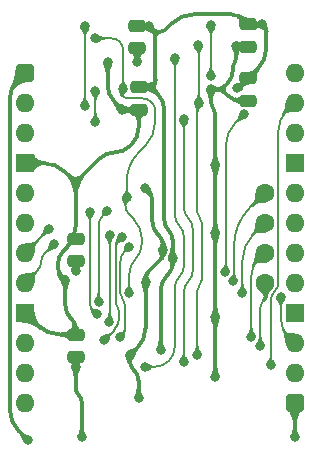
<source format=gbl>
%TF.GenerationSoftware,KiCad,Pcbnew,9.0.7*%
%TF.CreationDate,2026-01-31T13:31:12+02:00*%
%TF.ProjectId,HCP65 Board Presence,48435036-3520-4426-9f61-726420507265,V0*%
%TF.SameCoordinates,Original*%
%TF.FileFunction,Copper,L2,Bot*%
%TF.FilePolarity,Positive*%
%FSLAX46Y46*%
G04 Gerber Fmt 4.6, Leading zero omitted, Abs format (unit mm)*
G04 Created by KiCad (PCBNEW 9.0.7) date 2026-01-31 13:31:12*
%MOMM*%
%LPD*%
G01*
G04 APERTURE LIST*
G04 Aperture macros list*
%AMRoundRect*
0 Rectangle with rounded corners*
0 $1 Rounding radius*
0 $2 $3 $4 $5 $6 $7 $8 $9 X,Y pos of 4 corners*
0 Add a 4 corners polygon primitive as box body*
4,1,4,$2,$3,$4,$5,$6,$7,$8,$9,$2,$3,0*
0 Add four circle primitives for the rounded corners*
1,1,$1+$1,$2,$3*
1,1,$1+$1,$4,$5*
1,1,$1+$1,$6,$7*
1,1,$1+$1,$8,$9*
0 Add four rect primitives between the rounded corners*
20,1,$1+$1,$2,$3,$4,$5,0*
20,1,$1+$1,$4,$5,$6,$7,0*
20,1,$1+$1,$6,$7,$8,$9,0*
20,1,$1+$1,$8,$9,$2,$3,0*%
G04 Aperture macros list end*
%TA.AperFunction,SMDPad,CuDef*%
%ADD10RoundRect,0.250000X-0.475000X0.250000X-0.475000X-0.250000X0.475000X-0.250000X0.475000X0.250000X0*%
%TD*%
%TA.AperFunction,SMDPad,CuDef*%
%ADD11RoundRect,0.250000X0.475000X-0.250000X0.475000X0.250000X-0.475000X0.250000X-0.475000X-0.250000X0*%
%TD*%
%TA.AperFunction,ComponentPad*%
%ADD12C,1.600000*%
%TD*%
%TA.AperFunction,ComponentPad*%
%ADD13RoundRect,0.400000X-0.400000X-0.400000X0.400000X-0.400000X0.400000X0.400000X-0.400000X0.400000X0*%
%TD*%
%TA.AperFunction,ComponentPad*%
%ADD14O,1.600000X1.600000*%
%TD*%
%TA.AperFunction,ComponentPad*%
%ADD15R,1.600000X1.600000*%
%TD*%
%TA.AperFunction,ViaPad*%
%ADD16C,0.800000*%
%TD*%
%TA.AperFunction,Conductor*%
%ADD17C,0.380000*%
%TD*%
%TA.AperFunction,Conductor*%
%ADD18C,0.200000*%
%TD*%
G04 APERTURE END LIST*
D10*
%TO.P,C7,1*%
%TO.N,/3.3V*%
X9652000Y-1225000D03*
%TO.P,C7,2*%
%TO.N,GND*%
X9652000Y-3125000D03*
%TD*%
D11*
%TO.P,C6,1*%
%TO.N,/3.3V*%
X4308000Y-24067000D03*
%TO.P,C6,2*%
%TO.N,GND*%
X4308000Y-22167000D03*
%TD*%
%TO.P,C3,1*%
%TO.N,/3.3V*%
X4308000Y-15939000D03*
%TO.P,C3,2*%
%TO.N,GND*%
X4308000Y-14039000D03*
%TD*%
D12*
%TO.P,J3,4,Pin_4*%
%TO.N,S8*%
X20320000Y-17780000D03*
%TO.P,J3,3,Pin_3*%
%TO.N,S9*%
X20320000Y-15240000D03*
%TO.P,J3,2,Pin_2*%
%TO.N,S10*%
X20320000Y-12700000D03*
%TO.P,J3,1,Pin_1*%
%TO.N,S11*%
X20320000Y-10160000D03*
%TD*%
D13*
%TO.P,J1,1*%
%TO.N,5V*%
X0Y0D03*
D14*
%TO.P,J1,2*%
%TO.N,~{State}*%
X0Y-2540000D03*
%TO.P,J1,3*%
%TO.N,D7*%
X0Y-5080000D03*
D15*
%TO.P,J1,4*%
%TO.N,GND*%
X0Y-7620000D03*
D14*
%TO.P,J1,5*%
%TO.N,D6*%
X0Y-10160000D03*
%TO.P,J1,6*%
%TO.N,D5*%
X0Y-12700000D03*
%TO.P,J1,7*%
%TO.N,D4*%
X0Y-15240000D03*
%TO.P,J1,8*%
%TO.N,D3*%
X0Y-17780000D03*
D15*
%TO.P,J1,9*%
%TO.N,GND*%
X0Y-20320000D03*
D14*
%TO.P,J1,10*%
%TO.N,D2*%
X0Y-22860000D03*
%TO.P,J1,11*%
%TO.N,D1*%
X0Y-25400000D03*
%TO.P,J1,12*%
%TO.N,D0*%
X0Y-27940000D03*
D13*
%TO.P,J1,13*%
%TO.N,5V*%
X22860000Y-27940000D03*
D14*
%TO.P,J1,14*%
%TO.N,~{RD}*%
X22860000Y-25400000D03*
%TO.P,J1,15*%
%TO.N,S0*%
X22860000Y-22860000D03*
D15*
%TO.P,J1,16*%
%TO.N,GND*%
X22860000Y-20320000D03*
D14*
%TO.P,J1,17*%
%TO.N,S1*%
X22860000Y-17780000D03*
%TO.P,J1,18*%
%TO.N,S2*%
X22860000Y-15240000D03*
%TO.P,J1,19*%
%TO.N,S3*%
X22860000Y-12700000D03*
%TO.P,J1,20*%
%TO.N,S4*%
X22860000Y-10160000D03*
D15*
%TO.P,J1,21*%
%TO.N,GND*%
X22860000Y-7620000D03*
D14*
%TO.P,J1,22*%
%TO.N,S5*%
X22860000Y-5080000D03*
%TO.P,J1,23*%
%TO.N,S6*%
X22860000Y-2540000D03*
%TO.P,J1,24*%
%TO.N,S7*%
X22860000Y0D03*
%TD*%
D10*
%TO.P,C2,1*%
%TO.N,/3.3V*%
X18923000Y4109000D03*
%TO.P,C2,2*%
%TO.N,GND*%
X18923000Y2209000D03*
%TD*%
%TO.P,C1,1*%
%TO.N,/3.3V*%
X18923000Y-463000D03*
%TO.P,C1,2*%
%TO.N,GND*%
X18923000Y-2363000D03*
%TD*%
%TO.P,C9,1*%
%TO.N,/3.3V*%
X9525000Y3982000D03*
%TO.P,C9,2*%
%TO.N,GND*%
X9525000Y2082000D03*
%TD*%
D16*
%TO.N,/3.3V*%
X4826000Y-30861000D03*
%TO.N,S7*%
X13462000Y-3937000D03*
X13462000Y-24511000D03*
%TO.N,S6*%
X20828000Y-24765000D03*
%TO.N,S11*%
X17653000Y-17653000D03*
%TO.N,S10*%
X18415000Y-18669000D03*
%TO.N,S0*%
X21676824Y-18994949D03*
%TO.N,S9*%
X19177000Y-22352000D03*
%TO.N,S8*%
X19939000Y-23114000D03*
%TO.N,GND*%
X10218341Y-17721659D03*
%TO.N,/3.3V*%
X4291000Y-16737000D03*
X12503914Y-15641932D03*
X11503020Y-23489859D03*
%TO.N,/~{Read State}1*%
X12700001Y1270001D03*
X10160000Y-24892000D03*
%TO.N,GND*%
X9525000Y889000D03*
X7005000Y889000D03*
X17907000Y2286000D03*
%TO.N,~{State}*%
X5969000Y-1509000D03*
X5969000Y-4191000D03*
X15748000Y4015000D03*
X15748000Y-254000D03*
%TO.N,/State*%
X8829498Y-18669000D03*
X8628500Y-10548500D03*
%TO.N,GND*%
X4308000Y-9271000D03*
%TO.N,D7*%
X6248491Y-19419000D03*
%TO.N,GND*%
X16129000Y-25781000D03*
%TO.N,~{RD}*%
X14605000Y-23876000D03*
%TO.N,GND*%
X16119000Y-7822998D03*
X16129000Y-13589000D03*
X16129000Y-20701000D03*
X10160000Y-9779000D03*
X11684000Y-14986000D03*
X3429000Y-17526000D03*
%TO.N,D2*%
X7174419Y-13703678D03*
%TO.N,GND*%
X9633000Y-27559000D03*
%TO.N,D2*%
X7112000Y-21082000D03*
%TO.N,D4*%
X2032000Y-13208000D03*
%TO.N,D3*%
X2454011Y-14519011D03*
%TO.N,D1*%
X6731000Y-22606000D03*
X8205814Y-13900474D03*
%TO.N,D0*%
X8031499Y-22382499D03*
X8812228Y-14757660D03*
%TO.N,GND*%
X8893969Y-23898480D03*
%TO.N,5V*%
X22860000Y-30861000D03*
%TO.N,~{RD}*%
X14732000Y-2540000D03*
X14680823Y2335000D03*
%TO.N,GND*%
X15748000Y-1397000D03*
%TO.N,/3.3V*%
X17984867Y-1323703D03*
X10541000Y3937000D03*
X20052548Y4121581D03*
%TO.N,/Q*%
X5080000Y-2794000D03*
X5080000Y3937000D03*
%TO.N,GND*%
X8234142Y-3111554D03*
%TO.N,/3.3V*%
X10668000Y-1225000D03*
%TO.N,/State*%
X8277000Y-1381504D03*
X5969000Y2921000D03*
%TO.N,D7*%
X6985000Y-11684000D03*
%TO.N,D6*%
X5539333Y-11752065D03*
X6073274Y-20454279D03*
%TO.N,/3.3V*%
X4318000Y-24892000D03*
%TO.N,5V*%
X254000Y-31115000D03*
%TO.N,/~{Read State}0*%
X16969000Y-16846366D03*
X18542000Y-3513000D03*
%TD*%
D17*
%TO.N,/3.3V*%
X12157457Y-13300457D02*
G75*
G02*
X12503919Y-14136878I-836457J-836443D01*
G01*
X20447000Y2138630D02*
G75*
G02*
X19685000Y298999I-2601630J0D01*
G01*
X4318000Y-26691789D02*
G75*
G03*
X4571997Y-27305003I867200J-11D01*
G01*
X11811000Y-12464035D02*
G75*
G03*
X12157455Y-13300459I1182880J-5D01*
G01*
X4308000Y-16707976D02*
G75*
G02*
X4299507Y-16728506I-29000J-24D01*
G01*
X20046257Y4115290D02*
G75*
G02*
X20031070Y4109027I-15157J15210D01*
G01*
X11239500Y-1796500D02*
G75*
G02*
X11810990Y-3176223I-1379700J-1379700D01*
G01*
X11908506Y3653506D02*
G75*
G02*
X11366500Y3428996I-542006J541994D01*
G01*
X11049000Y3111500D02*
G75*
G03*
X10824491Y3653504I-766500J0D01*
G01*
X11366500Y3429000D02*
G75*
G03*
X11049000Y3111500I0J-317500D01*
G01*
X10824493Y3653506D02*
G75*
G03*
X11366500Y3428996I542007J541994D01*
G01*
X18089672Y-1296327D02*
G75*
G02*
X18023582Y-1323679I-66072J66127D01*
G01*
X18528092Y4503907D02*
G75*
G03*
X19481483Y4108988I953408J953393D01*
G01*
X11049000Y-574592D02*
G75*
G02*
X10858502Y-1034502I-650400J-8D01*
G01*
X12503914Y-16174009D02*
G75*
G02*
X12127667Y-17082310I-1284514J9D01*
G01*
X12003467Y-17206533D02*
G75*
G03*
X11503018Y-18414718I1208133J-1208167D01*
G01*
X18501000Y4531000D02*
G75*
G03*
X17482201Y4953001I-1018800J-1018800D01*
G01*
X4572000Y-27305000D02*
G75*
G02*
X4825996Y-27918210I-613200J-613200D01*
G01*
X10518500Y3959500D02*
G75*
G03*
X10464180Y3981992I-54300J-54300D01*
G01*
X4308000Y-24874928D02*
G75*
G03*
X4313008Y-24886992I17100J28D01*
G01*
X14285630Y4953000D02*
G75*
G03*
X12445991Y4191009I-30J-2601600D01*
G01*
X20249774Y3924355D02*
G75*
G02*
X20446998Y3448209I-476174J-476155D01*
G01*
X19353351Y-32648D02*
X18492648Y-893351D01*
%TO.N,5V*%
X-1270000Y-28513369D02*
G75*
G03*
X-507999Y-30353000I2601635J2D01*
G01*
X-634999Y-634999D02*
G75*
G03*
X-1270002Y-2168025I1533029J-1533031D01*
G01*
%TO.N,GND*%
X7620000Y-6726000D02*
G75*
G03*
X6310650Y-7268351I0J-1851700D01*
G01*
X9652000Y-3827206D02*
G75*
G03*
X8949794Y-3125000I-702200J6D01*
G01*
X3482500Y-8445500D02*
G75*
G03*
X1489566Y-7620001I-1992930J-1992930D01*
G01*
X10477500Y-10096500D02*
G75*
G02*
X10794995Y-10863012I-766500J-766500D01*
G01*
X17589500Y127000D02*
G75*
G02*
X17185384Y-848607I-1379700J0D01*
G01*
X3965760Y-20856760D02*
G75*
G02*
X4307994Y-21683000I-826260J-826240D01*
G01*
X8240865Y-3118277D02*
G75*
G03*
X8257095Y-3124989I16235J16277D01*
G01*
X8893969Y-24366308D02*
G75*
G03*
X9224779Y-25164935I1129431J8D01*
G01*
X10442847Y-16862152D02*
G75*
G03*
X10218325Y-17404159I542053J-542048D01*
G01*
X17748250Y857250D02*
G75*
G03*
X17589503Y473993I383250J-383250D01*
G01*
X11369691Y-13782691D02*
G75*
G02*
X11684005Y-14541500I-758791J-758809D01*
G01*
X7005000Y-1013277D02*
G75*
G03*
X7619571Y-2496983I2098270J-3D01*
G01*
X9263484Y-25203652D02*
G75*
G02*
X9632972Y-26095741I-892084J-892048D01*
G01*
X10795000Y-12579382D02*
G75*
G03*
X11239495Y-13652505I1517600J-18D01*
G01*
X10218341Y-21637635D02*
G75*
G02*
X9556154Y-23236293I-2260851J5D01*
G01*
X17945500Y2247500D02*
G75*
G03*
X18038447Y2209020I92900J92900D01*
G01*
X2794000Y-16441987D02*
G75*
G03*
X3111499Y-17208501I1084010J-3D01*
G01*
X4308000Y-12968440D02*
G75*
G02*
X3550999Y-14795999I-2584565J4D01*
G01*
X976905Y-21296905D02*
G75*
G03*
X3077500Y-22166997I2100595J2100605D01*
G01*
X16124000Y-7827998D02*
G75*
G02*
X16129013Y-7840069I-12100J-12102D01*
G01*
X9652000Y-4566509D02*
G75*
G02*
X9019497Y-6093497I-2159500J9D01*
G01*
X3429000Y-19698453D02*
G75*
G03*
X3868501Y-20759499I1500550J3D01*
G01*
X15933500Y-2979500D02*
G75*
G02*
X16118985Y-3427336I-447800J-447800D01*
G01*
X3267054Y-15079945D02*
G75*
G03*
X2793997Y-16222000I1142046J-1142055D01*
G01*
X17136309Y-1896309D02*
G75*
G03*
X18263000Y-2362994I1126691J1126709D01*
G01*
X11684000Y-15303500D02*
G75*
G02*
X11459491Y-15845504I-766500J0D01*
G01*
X17907000Y1240506D02*
G75*
G02*
X17748252Y857248I-542000J-6D01*
G01*
X8929350Y-6183649D02*
G75*
G02*
X7620000Y-6726000I-1309350J1309349D01*
G01*
X15748000Y-2531663D02*
G75*
G03*
X15933489Y-2979511I633300J-37D01*
G01*
X16192500Y-1397000D02*
G75*
G03*
X16951305Y-1082688I0J1073100D01*
G01*
X16951308Y-1711308D02*
G75*
G03*
X16192500Y-1396995I-758808J-758792D01*
G01*
X16951308Y-1082691D02*
G75*
G03*
X16951307Y-1711309I314292J-314309D01*
G01*
X4308000Y-21683000D02*
G75*
G02*
X3824000Y-22167000I-484000J0D01*
G01*
D18*
%TO.N,/~{Read State}1*%
X12700001Y-12034186D02*
G75*
G03*
X13080996Y-12954004I1300799J-14D01*
G01*
X13081000Y-17271999D02*
G75*
G03*
X12700006Y-18191813I919800J-919801D01*
G01*
X12700001Y-23157577D02*
G75*
G02*
X12191998Y-24383997I-1734431J7D01*
G01*
X13462000Y-16352185D02*
G75*
G02*
X13081005Y-17272004I-1300800J-15D01*
G01*
X12192000Y-24383999D02*
G75*
G02*
X10965578Y-24891991I-1226400J1226399D01*
G01*
X13081000Y-12954000D02*
G75*
G02*
X13461994Y-13873814I-919800J-919800D01*
G01*
%TO.N,/~{Read State}0*%
X17018000Y-16762717D02*
G75*
G02*
X16993502Y-16821868I-83700J17D01*
G01*
X17780000Y-4275000D02*
G75*
G03*
X17018013Y-6114630I1839600J-1839600D01*
G01*
%TO.N,/State*%
X8568750Y-10608250D02*
G75*
G03*
X8509000Y-10752499I144250J-144250D01*
G01*
X8277000Y-1762951D02*
G75*
G03*
X8392986Y-2043014I396000J-49D01*
G01*
X9623827Y-6759171D02*
G75*
G03*
X8635997Y-9144000I2384823J-2384829D01*
G01*
X11049000Y-4064000D02*
G75*
G02*
X10150985Y-6232036I-3066100J0D01*
G01*
X10731500Y-2476500D02*
G75*
G02*
X11048995Y-3243012I-766500J-766500D01*
G01*
X8509000Y-11176000D02*
G75*
G03*
X8868214Y-12043206I1226400J0D01*
G01*
X9367749Y-15778251D02*
G75*
G03*
X8829500Y-17077703I1299451J-1299449D01*
G01*
X8636000Y-10535696D02*
G75*
G02*
X8632251Y-10544751I-12800J-4D01*
G01*
X8327390Y-1295482D02*
G75*
G02*
X8302197Y-1356311I-85990J-18D01*
G01*
X8037195Y2630805D02*
G75*
G03*
X7336602Y2920998I-700595J-700605D01*
G01*
X8393000Y-2043000D02*
G75*
G03*
X8673048Y-2159021I280100J280100D01*
G01*
X8037195Y2630805D02*
G75*
G02*
X8327398Y1930212I-700595J-700605D01*
G01*
X9906000Y-14478798D02*
G75*
G02*
X9367749Y-15778251I-1837700J-2D01*
G01*
X9207500Y-12382500D02*
G75*
G02*
X9905988Y-14068828I-1686300J-1686300D01*
G01*
X10731500Y-2476500D02*
G75*
G03*
X9964987Y-2159005I-766500J-766500D01*
G01*
%TO.N,S11*%
X17719000Y-17540330D02*
G75*
G02*
X17685991Y-17619991I-112700J30D01*
G01*
X19019500Y-11460500D02*
G75*
G03*
X17718994Y-14600184I3139700J-3139700D01*
G01*
%TO.N,S8*%
X20320000Y-18907592D02*
G75*
G02*
X20129502Y-19367502I-650400J-8D01*
G01*
X20129500Y-19367500D02*
G75*
G03*
X19939003Y-19827407I459900J-459900D01*
G01*
%TO.N,S9*%
X19748500Y-15811500D02*
G75*
G03*
X19177010Y-17191223I1379700J-1379700D01*
G01*
%TO.N,S10*%
X19367500Y-13652500D02*
G75*
G03*
X18415016Y-15952038I2299500J-2299500D01*
G01*
%TO.N,~{RD}*%
X14795500Y-17970500D02*
G75*
G03*
X14605003Y-18430407I459900J-459900D01*
G01*
X14795500Y-12255500D02*
G75*
G02*
X14985997Y-12715407I-459900J-459900D01*
G01*
X14668500Y-2603500D02*
G75*
G03*
X14605001Y-2756802I153300J-153300D01*
G01*
X14605000Y-11795592D02*
G75*
G03*
X14795498Y-12255502I650400J-8D01*
G01*
X14706411Y2309411D02*
G75*
G02*
X14732014Y2247635I-61811J-61811D01*
G01*
X14986000Y-17510592D02*
G75*
G02*
X14795502Y-17970502I-650400J-8D01*
G01*
%TO.N,S0*%
X21676824Y-20840192D02*
G75*
G03*
X22268415Y-22268409I2019776J-8D01*
G01*
%TO.N,S6*%
X22161500Y-3238500D02*
G75*
G03*
X21463012Y-4924828I1686300J-1686300D01*
G01*
X21145500Y-18511550D02*
G75*
G03*
X20827970Y-19278062I766500J-766550D01*
G01*
X21463000Y-17745037D02*
G75*
G02*
X21145479Y-18511529I-1084000J37D01*
G01*
%TO.N,S7*%
X13843000Y-12319000D02*
G75*
G02*
X14223994Y-13238815I-919800J-919800D01*
G01*
X13462000Y-11399184D02*
G75*
G03*
X13842995Y-12319005I1300800J-16D01*
G01*
X14224000Y-16733184D02*
G75*
G02*
X13843005Y-17653005I-1300800J-16D01*
G01*
X13843000Y-17653000D02*
G75*
G03*
X13462006Y-18572815I919800J-919800D01*
G01*
%TO.N,D7*%
X6616745Y-12052254D02*
G75*
G03*
X6248493Y-12941299I889055J-889046D01*
G01*
%TO.N,D6*%
X5529833Y-11761565D02*
G75*
G03*
X5520342Y-11784500I22967J-22935D01*
G01*
X5520333Y-19510349D02*
G75*
G03*
X5796803Y-20177808I943927J-1D01*
G01*
%TO.N,D1*%
X7840249Y-19817892D02*
G75*
G02*
X8001026Y-20205979I-388049J-388108D01*
G01*
X7942656Y-14163632D02*
G75*
G03*
X7679542Y-14798951I635344J-635268D01*
G01*
X8001000Y-20657321D02*
G75*
G02*
X7521102Y-21815899I-1638480J1D01*
G01*
X7679498Y-19429804D02*
G75*
G03*
X7840259Y-19817882I548802J4D01*
G01*
%TO.N,D0*%
X8509000Y-21567353D02*
G75*
G02*
X8270249Y-22143748I-815150J3D01*
G01*
X8294249Y-19194412D02*
G75*
G02*
X8509025Y-19712866I-518449J-518488D01*
G01*
X8079498Y-18675957D02*
G75*
G03*
X8294248Y-19194413I733202J-3D01*
G01*
X8445863Y-15124025D02*
G75*
G03*
X8079490Y-16008508I884437J-884475D01*
G01*
%TO.N,D3*%
X1659820Y-15313201D02*
G75*
G03*
X1374505Y-16002000I688780J-688799D01*
G01*
X1374511Y-16002000D02*
G75*
G02*
X1089202Y-16690799I-974111J0D01*
G01*
%TO.N,D2*%
X7174419Y-20975444D02*
G75*
G02*
X7143180Y-21050761I-106519J44D01*
G01*
%TO.N,/State*%
X8868210Y-12043210D02*
X9207500Y-12382500D01*
X8509000Y-10752499D02*
X8509000Y-11176000D01*
X8568750Y-10608250D02*
X8628500Y-10548500D01*
D17*
%TO.N,GND*%
X11684000Y-14986000D02*
X11684000Y-15303500D01*
X10442847Y-16862152D02*
X11459493Y-15845506D01*
X10218341Y-17404159D02*
X10218341Y-17721659D01*
%TO.N,/3.3V*%
X12503914Y-16174009D02*
X12503914Y-15641932D01*
X12127678Y-17082321D02*
X12003467Y-17206533D01*
X11503020Y-23489859D02*
X11503020Y-18414718D01*
X4318000Y-24892000D02*
X4318000Y-26691789D01*
X4826000Y-30861000D02*
X4826000Y-27918210D01*
%TO.N,5V*%
X-1270000Y-28513369D02*
X-1270000Y-2168025D01*
X-634999Y-634999D02*
X0Y0D01*
X-507999Y-30353000D02*
X254000Y-31115000D01*
D18*
%TO.N,~{RD}*%
X14680823Y2335000D02*
X14706411Y2309411D01*
%TO.N,~{State}*%
X15748000Y-254000D02*
X15748000Y4015000D01*
%TO.N,~{RD}*%
X14732000Y-2540000D02*
X14732000Y2247635D01*
D17*
%TO.N,GND*%
X11684000Y-14541500D02*
X11684000Y-14986000D01*
X10795000Y-10863012D02*
X10795000Y-12579382D01*
X10477500Y-10096500D02*
X10160000Y-9779000D01*
X11369691Y-13782691D02*
X11239500Y-13652500D01*
%TO.N,/3.3V*%
X11239500Y-1796500D02*
X10668000Y-1225000D01*
X12503914Y-14136878D02*
X12503914Y-15641932D01*
X11811000Y-12464035D02*
X11811000Y-3176223D01*
D18*
%TO.N,/~{Read State}1*%
X12700001Y-18191813D02*
X12700001Y-23157577D01*
X13462000Y-16352185D02*
X13462000Y-13873814D01*
X12700001Y-12034186D02*
X12700001Y1270001D01*
X10160000Y-24892000D02*
X10965578Y-24892000D01*
%TO.N,S7*%
X13462000Y-11399184D02*
X13462000Y-3937000D01*
X14224000Y-13238815D02*
X14224000Y-16733184D01*
X13462000Y-24511000D02*
X13462000Y-18572815D01*
%TO.N,~{RD}*%
X14732000Y-2540000D02*
X14668500Y-2603500D01*
X14605000Y-2756802D02*
X14605000Y-11795592D01*
X14605000Y-18430407D02*
X14605000Y-23876000D01*
X14986000Y-12715407D02*
X14986000Y-17510592D01*
D17*
%TO.N,/3.3V*%
X17482201Y4953000D02*
X14285630Y4953000D01*
X11908506Y3653506D02*
X12446000Y4191000D01*
X18528092Y4503907D02*
X18501000Y4531000D01*
D18*
%TO.N,/~{Read State}0*%
X18542000Y-3513000D02*
X17780000Y-4275000D01*
X17018000Y-16762717D02*
X17018000Y-6114630D01*
X16993500Y-16821866D02*
X16969000Y-16846366D01*
%TO.N,S6*%
X22161500Y-3238500D02*
X22860000Y-2540000D01*
X20828000Y-19278062D02*
X20828000Y-24765000D01*
X21463000Y-4924828D02*
X21463000Y-17745037D01*
%TO.N,S0*%
X22268412Y-22268412D02*
X22860000Y-22860000D01*
X21676824Y-18994949D02*
X21676824Y-20840192D01*
%TO.N,S8*%
X19939000Y-19827407D02*
X19939000Y-23114000D01*
%TO.N,S9*%
X19177000Y-17191223D02*
X19177000Y-22352000D01*
X19748500Y-15811500D02*
X20320000Y-15240000D01*
%TO.N,S8*%
X20320000Y-18907592D02*
X20320000Y-17780000D01*
%TO.N,S10*%
X18415000Y-15952038D02*
X18415000Y-18669000D01*
X19367500Y-13652500D02*
X20320000Y-12700000D01*
D17*
%TO.N,GND*%
X16129000Y-13589000D02*
X16129000Y-20701000D01*
D18*
%TO.N,S11*%
X19019500Y-11460500D02*
X20320000Y-10160000D01*
X17719000Y-17540330D02*
X17719000Y-14600184D01*
X17653000Y-17653000D02*
X17686000Y-17620000D01*
D17*
%TO.N,/3.3V*%
X4291000Y-16737000D02*
X4299500Y-16728499D01*
X4308000Y-16707976D02*
X4308000Y-15939000D01*
%TO.N,GND*%
X6310649Y-7268350D02*
X4308000Y-9271000D01*
X9019499Y-6093499D02*
X8929350Y-6183649D01*
X9652000Y-3827206D02*
X9652000Y-4566509D01*
X3482500Y-8445500D02*
X4308000Y-9271000D01*
X1489566Y-7620000D02*
X0Y-7620000D01*
X15748000Y-1397000D02*
X15748000Y-2531663D01*
X16119000Y-7822998D02*
X16119000Y-3427336D01*
D18*
%TO.N,/State*%
X9906000Y-14478798D02*
X9906000Y-14068828D01*
X8829498Y-17077703D02*
X8829498Y-18669000D01*
%TO.N,D2*%
X7112000Y-21082000D02*
X7143209Y-21050790D01*
X7174419Y-13703678D02*
X7174419Y-20975444D01*
%TO.N,D1*%
X8001000Y-20205979D02*
X8001000Y-20657321D01*
X7679498Y-14798951D02*
X7679498Y-19429804D01*
X7942656Y-14163632D02*
X8205814Y-13900474D01*
X6731000Y-22606000D02*
X7521101Y-21815898D01*
%TO.N,D0*%
X8031499Y-22382499D02*
X8270249Y-22143748D01*
X8079498Y-18675957D02*
X8079498Y-16008508D01*
X8812228Y-14757660D02*
X8445863Y-15124025D01*
X8509000Y-21567353D02*
X8509000Y-19712866D01*
D17*
%TO.N,GND*%
X8893969Y-24366308D02*
X8893969Y-23898480D01*
X9633000Y-26095741D02*
X9633000Y-27559000D01*
X9224773Y-25164941D02*
X9263484Y-25203652D01*
D18*
%TO.N,/State*%
X8628500Y-10548500D02*
X8632250Y-10544750D01*
X8636000Y-9144000D02*
X8636000Y-10535696D01*
X9623827Y-6759171D02*
X10150974Y-6232025D01*
X11049000Y-4064000D02*
X11049000Y-3243012D01*
X8673048Y-2159000D02*
X9964987Y-2159000D01*
X8277000Y-1762951D02*
X8277000Y-1381504D01*
D17*
%TO.N,GND*%
X17589500Y127000D02*
X17589500Y473993D01*
X17185388Y-848611D02*
X16951308Y-1082691D01*
X17907000Y2286000D02*
X17907000Y1240506D01*
X18263000Y-2363000D02*
X18923000Y-2363000D01*
X17136309Y-1896309D02*
X16951308Y-1711308D01*
X15748000Y-1397000D02*
X16192500Y-1397000D01*
X7005000Y-1013277D02*
X7005000Y889000D01*
X7619571Y-2496983D02*
X8234142Y-3111554D01*
X9525000Y889000D02*
X9525000Y2082000D01*
D18*
%TO.N,/State*%
X8277000Y-1381504D02*
X8302195Y-1356309D01*
X8327390Y-1295482D02*
X8327390Y1930212D01*
X5969000Y2921000D02*
X7336602Y2921000D01*
D17*
%TO.N,GND*%
X18038447Y2209000D02*
X18923000Y2209000D01*
X17907000Y2286000D02*
X17945500Y2247500D01*
%TO.N,/3.3V*%
X20052548Y4121581D02*
X20249774Y3924355D01*
X20447000Y2138630D02*
X20447000Y3448209D01*
X19684999Y299000D02*
X19353351Y-32648D01*
X11049000Y3111500D02*
X11049000Y-574592D01*
X10668000Y-1225000D02*
X10858500Y-1034500D01*
X10824493Y3653506D02*
X10541000Y3937000D01*
D18*
%TO.N,~{State}*%
X5969000Y-1509000D02*
X5969000Y-4191000D01*
D17*
%TO.N,GND*%
X4308000Y-12968440D02*
X4308000Y-9271000D01*
D18*
%TO.N,D7*%
X6616745Y-12052254D02*
X6985000Y-11684000D01*
X6248491Y-12941299D02*
X6248491Y-19419000D01*
%TO.N,D6*%
X5520333Y-11784500D02*
X5520333Y-19510349D01*
X6073274Y-20454279D02*
X5796803Y-20177808D01*
X5539333Y-11752065D02*
X5529833Y-11761565D01*
%TO.N,D3*%
X1089201Y-16690798D02*
X0Y-17780000D01*
X2454011Y-14519011D02*
X1659820Y-15313201D01*
D17*
%TO.N,GND*%
X2794000Y-16441987D02*
X2794000Y-16222000D01*
X3429000Y-17526000D02*
X3111500Y-17208500D01*
X3550999Y-14795999D02*
X3267054Y-15079945D01*
X3429000Y-17526000D02*
X3429000Y-19698453D01*
X3965760Y-20856760D02*
X3868500Y-20759500D01*
X16129000Y-25781000D02*
X16129000Y-20701000D01*
X16119000Y-7822998D02*
X16124000Y-7827998D01*
X16129000Y-13589000D02*
X16129000Y-7840069D01*
D18*
%TO.N,D4*%
X2032000Y-13208000D02*
X0Y-15240000D01*
D17*
%TO.N,5V*%
X22860000Y-30861000D02*
X22860000Y-27940000D01*
%TO.N,/3.3V*%
X10541000Y3937000D02*
X10518500Y3959500D01*
X10464180Y3982000D02*
X9525000Y3982000D01*
X20046257Y4115290D02*
X20052548Y4121581D01*
X20031070Y4109000D02*
X19481483Y4109000D01*
D18*
%TO.N,/Q*%
X5080000Y3937000D02*
X5080000Y-2794000D01*
D17*
%TO.N,GND*%
X8240865Y-3118277D02*
X8234142Y-3111554D01*
X8949794Y-3125000D02*
X8257095Y-3125000D01*
%TO.N,/3.3V*%
X10668000Y-1225000D02*
X9652000Y-1225000D01*
X4318000Y-24892000D02*
X4313000Y-24887000D01*
X4308000Y-24874928D02*
X4308000Y-24067000D01*
%TO.N,GND*%
X976905Y-21296905D02*
X0Y-20320000D01*
X3077500Y-22167000D02*
X3824000Y-22167000D01*
%TO.N,/3.3V*%
X17984867Y-1323703D02*
X18023582Y-1323703D01*
X18089672Y-1296327D02*
X18492648Y-893351D01*
%TO.N,GND*%
X9556155Y-23236294D02*
X8893969Y-23898480D01*
X10218341Y-17721659D02*
X10218341Y-21637635D01*
%TD*%
%TA.AperFunction,Conductor*%
%TO.N,/3.3V*%
G36*
X11235059Y-559049D02*
G01*
X11238486Y-567322D01*
X11238475Y-567825D01*
X11232756Y-700802D01*
X11232626Y-702110D01*
X11215695Y-810152D01*
X11215372Y-811602D01*
X11190206Y-898317D01*
X11189886Y-899267D01*
X11158686Y-980138D01*
X11120513Y-1079436D01*
X11120512Y-1079439D01*
X11063152Y-1292493D01*
X11057692Y-1299590D01*
X11049600Y-1300932D01*
X10672781Y-1226938D01*
X10665323Y-1221981D01*
X10665298Y-1221944D01*
X10452923Y-903147D01*
X10451188Y-894362D01*
X10456173Y-886923D01*
X10457142Y-886342D01*
X10556624Y-833239D01*
X10558139Y-832565D01*
X10658503Y-796164D01*
X10707267Y-779235D01*
X10718056Y-775491D01*
X10718057Y-775490D01*
X10718064Y-775488D01*
X10794489Y-734233D01*
X10820344Y-707342D01*
X10840049Y-672533D01*
X10854131Y-621676D01*
X10857687Y-573431D01*
X10858201Y-566462D01*
X10862226Y-558463D01*
X10869869Y-555622D01*
X11226786Y-555622D01*
X11235059Y-559049D01*
G37*
%TD.AperFunction*%
%TD*%
%TA.AperFunction,Conductor*%
%TO.N,/3.3V*%
G36*
X18066824Y5031567D02*
G01*
X18086112Y5020126D01*
X18097590Y5013318D01*
X18150174Y4982182D01*
X18172080Y4969211D01*
X18479901Y4799511D01*
X18735279Y4686683D01*
X18900797Y4637836D01*
X18939551Y4626400D01*
X18939551Y4626399D01*
X18939555Y4626399D01*
X19085544Y4610590D01*
X19093400Y4606292D01*
X19095916Y4597698D01*
X19095319Y4595070D01*
X18926482Y4115877D01*
X18920501Y4109213D01*
X18916355Y4108100D01*
X18214382Y4053483D01*
X18205870Y4056258D01*
X18201811Y4064240D01*
X18202156Y4068107D01*
X18212611Y4108100D01*
X18225819Y4158622D01*
X18227910Y4227936D01*
X18218720Y4295066D01*
X18195415Y4371144D01*
X18161305Y4442156D01*
X18110605Y4518433D01*
X18053276Y4584245D01*
X17943125Y4672572D01*
X17938816Y4680420D01*
X17939319Y4685314D01*
X18049729Y5025120D01*
X18055543Y5031929D01*
X18064470Y5032631D01*
X18066824Y5031567D01*
G37*
%TD.AperFunction*%
%TD*%
%TA.AperFunction,Conductor*%
%TO.N,/3.3V*%
G36*
X20442882Y4195735D02*
G01*
X20447668Y4189018D01*
X20496066Y4006234D01*
X20549069Y3873639D01*
X20568119Y3829249D01*
X20568510Y3828202D01*
X20614888Y3683325D01*
X20615311Y3681526D01*
X20629797Y3586749D01*
X20629913Y3585634D01*
X20636093Y3474997D01*
X20633133Y3466545D01*
X20625064Y3462662D01*
X20624668Y3462647D01*
X20267009Y3456348D01*
X20258678Y3459628D01*
X20255247Y3466223D01*
X20240234Y3561543D01*
X20221990Y3597956D01*
X20197802Y3626020D01*
X20133659Y3664604D01*
X20051929Y3692300D01*
X19955905Y3724478D01*
X19954286Y3725162D01*
X19841957Y3783000D01*
X19836171Y3789834D01*
X19836912Y3798758D01*
X19837577Y3799888D01*
X19856795Y3828737D01*
X20049829Y4118523D01*
X20057267Y4123509D01*
X20057312Y4123518D01*
X20434104Y4197504D01*
X20442882Y4195735D01*
G37*
%TD.AperFunction*%
%TD*%
%TA.AperFunction,Conductor*%
%TO.N,5V*%
G36*
X-783950Y280357D02*
G01*
X-4192Y2552D01*
X2446Y-3447D01*
X214847Y-453140D01*
X370131Y-781906D01*
X370566Y-790850D01*
X364549Y-797482D01*
X358718Y-798573D01*
X303530Y-794629D01*
X303517Y-794628D01*
X191283Y-796685D01*
X191269Y-796686D01*
X78895Y-809785D01*
X78886Y-809786D01*
X-44269Y-835836D01*
X-44290Y-835842D01*
X-165247Y-872685D01*
X-292667Y-923282D01*
X-292679Y-923288D01*
X-414484Y-983159D01*
X-414516Y-983177D01*
X-533214Y-1053143D01*
X-533227Y-1053151D01*
X-642477Y-1129184D01*
X-642489Y-1129193D01*
X-820392Y-1285995D01*
X-820393Y-1285996D01*
X-928867Y-1421626D01*
X-936709Y-1425946D01*
X-942480Y-1425127D01*
X-1273010Y-1288215D01*
X-1279342Y-1281883D01*
X-1279342Y-1272929D01*
X-1278623Y-1271485D01*
X-1195911Y-1130702D01*
X-1195907Y-1130694D01*
X-1195900Y-1130682D01*
X-1031640Y-791139D01*
X-1031627Y-791107D01*
X-905384Y-453140D01*
X-905383Y-453137D01*
X-827698Y-155914D01*
X-795089Y89813D01*
X-799573Y269043D01*
X-796354Y277400D01*
X-788170Y281032D01*
X-783950Y280357D01*
G37*
%TD.AperFunction*%
%TD*%
%TA.AperFunction,Conductor*%
%TO.N,GND*%
G36*
X9660239Y-3132173D02*
G01*
X10134713Y-3602877D01*
X10135115Y-3603276D01*
X10138575Y-3611535D01*
X10135181Y-3619822D01*
X10128426Y-3623179D01*
X10084741Y-3629020D01*
X10084741Y-3629021D01*
X10035141Y-3648614D01*
X9992293Y-3677519D01*
X9947795Y-3724076D01*
X9912269Y-3779590D01*
X9877115Y-3863418D01*
X9877114Y-3863420D01*
X9854886Y-3950638D01*
X9842770Y-4044940D01*
X9842770Y-4044947D01*
X9842115Y-4111272D01*
X9838607Y-4119511D01*
X9830416Y-4122856D01*
X9472830Y-4122856D01*
X9464557Y-4119429D01*
X9461165Y-4112058D01*
X9461104Y-4111272D01*
X9459797Y-4094367D01*
X9429425Y-3925308D01*
X9406293Y-3863420D01*
X9377866Y-3787363D01*
X9377864Y-3787360D01*
X9377863Y-3787356D01*
X9313805Y-3693957D01*
X9313803Y-3693956D01*
X9313803Y-3693955D01*
X9239775Y-3639505D01*
X9239773Y-3639504D01*
X9198184Y-3625335D01*
X9198181Y-3625334D01*
X9198180Y-3625334D01*
X9198178Y-3625333D01*
X9198170Y-3625332D01*
X9176190Y-3622806D01*
X9168362Y-3618457D01*
X9165903Y-3609847D01*
X9169284Y-3602879D01*
X9643760Y-3132173D01*
X9652047Y-3128780D01*
X9660239Y-3132173D01*
G37*
%TD.AperFunction*%
%TD*%
%TA.AperFunction,Conductor*%
%TO.N,GND*%
G36*
X4365879Y-21107664D02*
G01*
X4366819Y-21110197D01*
X4369880Y-21122715D01*
X4369880Y-21122716D01*
X4435072Y-21325258D01*
X4513437Y-21486423D01*
X4513438Y-21486424D01*
X4513439Y-21486425D01*
X4513440Y-21486427D01*
X4548282Y-21532057D01*
X4593367Y-21591101D01*
X4672315Y-21648357D01*
X4672318Y-21648358D01*
X4734409Y-21662587D01*
X4741708Y-21667775D01*
X4743200Y-21676604D01*
X4740541Y-21681764D01*
X4316123Y-22159261D01*
X4308065Y-22163168D01*
X4299722Y-22160336D01*
X3768121Y-21700369D01*
X3764107Y-21692364D01*
X3766929Y-21683865D01*
X3774037Y-21679951D01*
X3834098Y-21670926D01*
X3884922Y-21650419D01*
X3927000Y-21622149D01*
X3966694Y-21580323D01*
X3996041Y-21532056D01*
X4020457Y-21464369D01*
X4032016Y-21395512D01*
X4032888Y-21326120D01*
X4025894Y-21276625D01*
X4028130Y-21267956D01*
X4032164Y-21264566D01*
X4350143Y-21102550D01*
X4359070Y-21101849D01*
X4365879Y-21107664D01*
G37*
%TD.AperFunction*%
%TD*%
%TA.AperFunction,Conductor*%
%TO.N,GND*%
G36*
X10213834Y-16859964D02*
G01*
X10214177Y-16860184D01*
X10496643Y-17048924D01*
X10511419Y-17058797D01*
X10516394Y-17066242D01*
X10515346Y-17073832D01*
X10467729Y-17167384D01*
X10467729Y-17167386D01*
X10457596Y-17251107D01*
X10457596Y-17251110D01*
X10467682Y-17288616D01*
X10477768Y-17326125D01*
X10516359Y-17402822D01*
X10516356Y-17402823D01*
X10516366Y-17402836D01*
X10565779Y-17501388D01*
X10566481Y-17503123D01*
X10606750Y-17631204D01*
X10605963Y-17640124D01*
X10599098Y-17645874D01*
X10597892Y-17646184D01*
X10222566Y-17721530D01*
X10213780Y-17719799D01*
X10213739Y-17719771D01*
X9894794Y-17505504D01*
X9889837Y-17498046D01*
X9891164Y-17489979D01*
X9991759Y-17314292D01*
X10044927Y-17176444D01*
X10048374Y-17167386D01*
X10075981Y-17094821D01*
X10093445Y-17048919D01*
X10093930Y-17047821D01*
X10137682Y-16961167D01*
X10138153Y-16960324D01*
X10197734Y-16863776D01*
X10204994Y-16858536D01*
X10213834Y-16859964D01*
G37*
%TD.AperFunction*%
%TD*%
%TA.AperFunction,Conductor*%
%TO.N,GND*%
G36*
X18361346Y-1889926D02*
G01*
X18363271Y-1891243D01*
X18570219Y-2065483D01*
X18912552Y-2353712D01*
X18916673Y-2361661D01*
X18913966Y-2370197D01*
X18911923Y-2372105D01*
X18320520Y-2804653D01*
X18311819Y-2806771D01*
X18304169Y-2802116D01*
X18302522Y-2798934D01*
X18295650Y-2778475D01*
X18295647Y-2778468D01*
X18265821Y-2727199D01*
X18265819Y-2727196D01*
X18265818Y-2727194D01*
X18224150Y-2680661D01*
X18152617Y-2624903D01*
X18152615Y-2624902D01*
X18152614Y-2624901D01*
X18068485Y-2577091D01*
X18068482Y-2577089D01*
X18068479Y-2577088D01*
X17957116Y-2529156D01*
X17956564Y-2528971D01*
X17844240Y-2491469D01*
X17663396Y-2446728D01*
X17656188Y-2441414D01*
X17654848Y-2432560D01*
X17655079Y-2431755D01*
X17765481Y-2091969D01*
X17771295Y-2085161D01*
X17778624Y-2084062D01*
X17802205Y-2088195D01*
X17969352Y-2097339D01*
X18116530Y-2077141D01*
X18227569Y-2033039D01*
X18304967Y-1968687D01*
X18345469Y-1894580D01*
X18352443Y-1888966D01*
X18361346Y-1889926D01*
G37*
%TD.AperFunction*%
%TD*%
%TA.AperFunction,Conductor*%
%TO.N,GND*%
G36*
X11688558Y-14987858D02*
G01*
X12007549Y-15202155D01*
X12012505Y-15209612D01*
X12011178Y-15217678D01*
X11910615Y-15393357D01*
X11910610Y-15393367D01*
X11857507Y-15531196D01*
X11857498Y-15531222D01*
X11854047Y-15540301D01*
X11808974Y-15658878D01*
X11808482Y-15659993D01*
X11764778Y-15746575D01*
X11764290Y-15747447D01*
X11704776Y-15843894D01*
X11697515Y-15849135D01*
X11688675Y-15847707D01*
X11688319Y-15847478D01*
X11391091Y-15648873D01*
X11386116Y-15641427D01*
X11387163Y-15633839D01*
X11434768Y-15540298D01*
X11444883Y-15456585D01*
X11424687Y-15381581D01*
X11386070Y-15304904D01*
X11386072Y-15304902D01*
X11386062Y-15304888D01*
X11383292Y-15299368D01*
X11336554Y-15206217D01*
X11335854Y-15204491D01*
X11295591Y-15076453D01*
X11296378Y-15067534D01*
X11303242Y-15061783D01*
X11304433Y-15061477D01*
X11679775Y-14986128D01*
X11688558Y-14987858D01*
G37*
%TD.AperFunction*%
%TD*%
%TA.AperFunction,Conductor*%
%TO.N,/State*%
G36*
X8574823Y-1440665D02*
G01*
X8656367Y-1456954D01*
X8663808Y-1461935D01*
X8665548Y-1470719D01*
X8665190Y-1472081D01*
X8642573Y-1540875D01*
X8641596Y-1543061D01*
X8600680Y-1614087D01*
X8599533Y-1615734D01*
X8498119Y-1737517D01*
X8498006Y-1737651D01*
X8430843Y-1815888D01*
X8430842Y-1815890D01*
X8400695Y-1876475D01*
X8399787Y-1902893D01*
X8399787Y-1902895D01*
X8408892Y-1928983D01*
X8435209Y-1960402D01*
X8471877Y-1986107D01*
X8476683Y-1993660D01*
X8475292Y-2001536D01*
X8386853Y-2154702D01*
X8379749Y-2160153D01*
X8370871Y-2158984D01*
X8370278Y-2158618D01*
X8256031Y-2083246D01*
X8254438Y-2081984D01*
X8175553Y-2007437D01*
X8173951Y-2005566D01*
X8121657Y-1929584D01*
X8120857Y-1928236D01*
X8077026Y-1841560D01*
X8076940Y-1841386D01*
X8052625Y-1791257D01*
X8016953Y-1729441D01*
X7949874Y-1613198D01*
X7948708Y-1604321D01*
X7953485Y-1597639D01*
X8272095Y-1383715D01*
X8280871Y-1381950D01*
X8574823Y-1440665D01*
G37*
%TD.AperFunction*%
%TD*%
%TA.AperFunction,Conductor*%
%TO.N,D6*%
G36*
X5679483Y-19812862D02*
G01*
X5718569Y-19882052D01*
X5736673Y-19914098D01*
X5807578Y-19975272D01*
X5887629Y-20004125D01*
X5977348Y-20017414D01*
X6032841Y-20024433D01*
X6034037Y-20024651D01*
X6165198Y-20055878D01*
X6167784Y-20056827D01*
X6283771Y-20115733D01*
X6289596Y-20122535D01*
X6288905Y-20131463D01*
X6288215Y-20132645D01*
X6076357Y-20451140D01*
X6068921Y-20456130D01*
X6068869Y-20456141D01*
X5692422Y-20530064D01*
X5683644Y-20528295D01*
X5678691Y-20520856D01*
X5666356Y-20458533D01*
X5603444Y-20179459D01*
X5493656Y-19891002D01*
X5493916Y-19882052D01*
X5500112Y-19876033D01*
X5664822Y-19807808D01*
X5673773Y-19807808D01*
X5679483Y-19812862D01*
G37*
%TD.AperFunction*%
%TD*%
%TA.AperFunction,Conductor*%
%TO.N,D1*%
G36*
X8194106Y-13897176D02*
G01*
X8201409Y-13898611D01*
X8208867Y-13903568D01*
X8208897Y-13903612D01*
X8421051Y-14222553D01*
X8422779Y-14231339D01*
X8417789Y-14238775D01*
X8417033Y-14239237D01*
X8342170Y-14281233D01*
X8340515Y-14281999D01*
X8261588Y-14311273D01*
X8259726Y-14311793D01*
X8116490Y-14339302D01*
X8116032Y-14339381D01*
X8054673Y-14348657D01*
X7960713Y-14377677D01*
X7922206Y-14402013D01*
X7922199Y-14402019D01*
X7886080Y-14436649D01*
X7886071Y-14436660D01*
X7849883Y-14487908D01*
X7849872Y-14487926D01*
X7821015Y-14546790D01*
X7814297Y-14552710D01*
X7806033Y-14552450D01*
X7641829Y-14484444D01*
X7635497Y-14478112D01*
X7635342Y-14469549D01*
X7647595Y-14436660D01*
X7733668Y-14205624D01*
X7783161Y-13980406D01*
X7811284Y-13833974D01*
X7816210Y-13826497D01*
X7824979Y-13824692D01*
X8194106Y-13897176D01*
G37*
%TD.AperFunction*%
%TD*%
%TA.AperFunction,Conductor*%
%TO.N,D0*%
G36*
X8573263Y-21766351D02*
G01*
X8580708Y-21771326D01*
X8582455Y-21780109D01*
X8582374Y-21780483D01*
X8504467Y-22114616D01*
X8426377Y-22449535D01*
X8421161Y-22456814D01*
X8412729Y-22458359D01*
X8036088Y-22384418D01*
X8028630Y-22379461D01*
X8028602Y-22379420D01*
X7816326Y-22060511D01*
X7814596Y-22051726D01*
X7819584Y-22044289D01*
X7820422Y-22043781D01*
X7891344Y-22004801D01*
X7893105Y-22004013D01*
X7971123Y-21976655D01*
X7972953Y-21976177D01*
X8118681Y-21950639D01*
X8118887Y-21950605D01*
X8206344Y-21937392D01*
X8287751Y-21907030D01*
X8319194Y-21882202D01*
X8346272Y-21847891D01*
X8370638Y-21796953D01*
X8386095Y-21740217D01*
X8391577Y-21733138D01*
X8399667Y-21731820D01*
X8573263Y-21766351D01*
G37*
%TD.AperFunction*%
%TD*%
%TA.AperFunction,Conductor*%
%TO.N,/State*%
G36*
X8632351Y-10550201D02*
G01*
X8632393Y-10550229D01*
X8950664Y-10763735D01*
X8955625Y-10771189D01*
X8953862Y-10779969D01*
X8953381Y-10780635D01*
X8910698Y-10835504D01*
X8909615Y-10836713D01*
X8858066Y-10886782D01*
X8856806Y-10887843D01*
X8754641Y-10962324D01*
X8754325Y-10962547D01*
X8709896Y-10992734D01*
X8709891Y-10992738D01*
X8642704Y-11054472D01*
X8642697Y-11054482D01*
X8621930Y-11089090D01*
X8621928Y-11089094D01*
X8608441Y-11130821D01*
X8608440Y-11130824D01*
X8603256Y-11187010D01*
X8608440Y-11245875D01*
X8605752Y-11254417D01*
X8598615Y-11258457D01*
X8422882Y-11286290D01*
X8414175Y-11284199D01*
X8409596Y-11277109D01*
X8368790Y-11080302D01*
X8368787Y-11080291D01*
X8323879Y-10942087D01*
X8311823Y-10907582D01*
X8301324Y-10877532D01*
X8301170Y-10877059D01*
X8289032Y-10836713D01*
X8269683Y-10772403D01*
X8269487Y-10771661D01*
X8269273Y-10770728D01*
X8238873Y-10638246D01*
X8240363Y-10629418D01*
X8247660Y-10624227D01*
X8247944Y-10624166D01*
X8623564Y-10548476D01*
X8632351Y-10550201D01*
G37*
%TD.AperFunction*%
%TD*%
%TA.AperFunction,Conductor*%
%TO.N,/3.3V*%
G36*
X12883846Y-15717473D02*
G01*
X12891278Y-15722465D01*
X12893003Y-15731252D01*
X12892793Y-15732122D01*
X12846234Y-15896924D01*
X12845540Y-15898770D01*
X12790496Y-16014452D01*
X12790497Y-16014453D01*
X12733759Y-16135663D01*
X12733754Y-16135677D01*
X12708534Y-16217108D01*
X12708527Y-16217135D01*
X12689175Y-16312968D01*
X12684179Y-16320399D01*
X12675877Y-16322208D01*
X12322125Y-16266174D01*
X12314489Y-16261495D01*
X12312276Y-16253914D01*
X12317920Y-16160732D01*
X12302635Y-16083549D01*
X12271844Y-16022643D01*
X12231608Y-15967693D01*
X12220855Y-15953766D01*
X12220273Y-15952941D01*
X12155664Y-15852356D01*
X12154397Y-15849698D01*
X12146148Y-15824694D01*
X12115733Y-15732496D01*
X12116395Y-15723568D01*
X12123179Y-15717722D01*
X12124526Y-15717365D01*
X12501765Y-15641409D01*
X12506377Y-15641409D01*
X12883846Y-15717473D01*
G37*
%TD.AperFunction*%
%TD*%
%TA.AperFunction,Conductor*%
%TO.N,/3.3V*%
G36*
X11690202Y-22700972D02*
G01*
X11693612Y-22708621D01*
X11700303Y-22833860D01*
X11711501Y-22891980D01*
X11720026Y-22936230D01*
X11720027Y-22936232D01*
X11748993Y-23017897D01*
X11748993Y-23017899D01*
X11783965Y-23092012D01*
X11784046Y-23092187D01*
X11839454Y-23214800D01*
X11840050Y-23216433D01*
X11891893Y-23399663D01*
X11890848Y-23408556D01*
X11883820Y-23414106D01*
X11882946Y-23414318D01*
X11505331Y-23490393D01*
X11500709Y-23490393D01*
X11123058Y-23414311D01*
X11115625Y-23409317D01*
X11113899Y-23400530D01*
X11114102Y-23399688D01*
X11163755Y-23222278D01*
X11164345Y-23220647D01*
X11221994Y-23092187D01*
X11222061Y-23092041D01*
X11250505Y-23032735D01*
X11295199Y-22898473D01*
X11308292Y-22809715D01*
X11312548Y-22708752D01*
X11316321Y-22700631D01*
X11324238Y-22697545D01*
X11681929Y-22697545D01*
X11690202Y-22700972D01*
G37*
%TD.AperFunction*%
%TD*%
%TA.AperFunction,Conductor*%
%TO.N,/3.3V*%
G36*
X4697961Y-24967547D02*
G01*
X4705394Y-24972541D01*
X4707120Y-24981328D01*
X4706917Y-24982170D01*
X4657264Y-25159578D01*
X4656671Y-25161215D01*
X4599056Y-25289602D01*
X4598931Y-25289872D01*
X4570519Y-25349111D01*
X4570512Y-25349129D01*
X4525821Y-25483380D01*
X4512727Y-25572146D01*
X4508472Y-25673107D01*
X4504699Y-25681228D01*
X4496782Y-25684314D01*
X4139091Y-25684314D01*
X4130818Y-25680887D01*
X4127408Y-25673238D01*
X4120716Y-25547998D01*
X4100994Y-25445629D01*
X4072027Y-25363961D01*
X4037038Y-25289811D01*
X4036973Y-25289670D01*
X4036942Y-25289602D01*
X3981564Y-25167057D01*
X3980968Y-25165424D01*
X3929126Y-24982195D01*
X3930171Y-24973302D01*
X3937199Y-24967752D01*
X3938060Y-24967542D01*
X4315692Y-24891465D01*
X4320308Y-24891465D01*
X4697961Y-24967547D01*
G37*
%TD.AperFunction*%
%TD*%
%TA.AperFunction,Conductor*%
%TO.N,/3.3V*%
G36*
X5013182Y-30072113D02*
G01*
X5016592Y-30079762D01*
X5023283Y-30205001D01*
X5034481Y-30263121D01*
X5043006Y-30307371D01*
X5043007Y-30307373D01*
X5071973Y-30389038D01*
X5071973Y-30389040D01*
X5106945Y-30463153D01*
X5107026Y-30463328D01*
X5162434Y-30585941D01*
X5163030Y-30587574D01*
X5214873Y-30770804D01*
X5213828Y-30779697D01*
X5206800Y-30785247D01*
X5205926Y-30785459D01*
X4828311Y-30861534D01*
X4823689Y-30861534D01*
X4446038Y-30785452D01*
X4438605Y-30780458D01*
X4436879Y-30771671D01*
X4437082Y-30770829D01*
X4486735Y-30593419D01*
X4487325Y-30591788D01*
X4544974Y-30463328D01*
X4545041Y-30463182D01*
X4573485Y-30403876D01*
X4618179Y-30269614D01*
X4631272Y-30180856D01*
X4635528Y-30079893D01*
X4639301Y-30071772D01*
X4647218Y-30068686D01*
X5004909Y-30068686D01*
X5013182Y-30072113D01*
G37*
%TD.AperFunction*%
%TD*%
%TA.AperFunction,Conductor*%
%TO.N,5V*%
G36*
X-163649Y-30427811D02*
G01*
X-70359Y-30511638D01*
X-16250Y-30548266D01*
X15967Y-30570076D01*
X15968Y-30570076D01*
X15972Y-30570079D01*
X94203Y-30607344D01*
X171368Y-30635032D01*
X171549Y-30635099D01*
X297397Y-30682607D01*
X298973Y-30683340D01*
X349274Y-30711454D01*
X465197Y-30776246D01*
X470747Y-30783274D01*
X469702Y-30792167D01*
X469233Y-30792935D01*
X256011Y-31113743D01*
X252743Y-31117011D01*
X3864Y-31282426D01*
X-68093Y-31330253D01*
X-76880Y-31331979D01*
X-84313Y-31326985D01*
X-84766Y-31326246D01*
X-175102Y-31165690D01*
X-175840Y-31164114D01*
X-225889Y-31032574D01*
X-225991Y-31032295D01*
X-247786Y-30970327D01*
X-247786Y-30970325D01*
X-247789Y-30970319D01*
X-311124Y-30843779D01*
X-364625Y-30771760D01*
X-364638Y-30771745D01*
X-433009Y-30697358D01*
X-436085Y-30688948D01*
X-432668Y-30681168D01*
X-179742Y-30428242D01*
X-171469Y-30424815D01*
X-163649Y-30427811D01*
G37*
%TD.AperFunction*%
%TD*%
%TA.AperFunction,Conductor*%
%TO.N,~{State}*%
G36*
X16128070Y3939430D02*
G01*
X16135503Y3934436D01*
X16137229Y3925649D01*
X16137053Y3924906D01*
X16109442Y3822786D01*
X16108857Y3821128D01*
X16070550Y3734069D01*
X16069515Y3732200D01*
X16016183Y3653801D01*
X15981106Y3602237D01*
X15933148Y3534180D01*
X15912334Y3504643D01*
X15892982Y3456716D01*
X15866068Y3390062D01*
X15860253Y3357120D01*
X15852758Y3314667D01*
X15852757Y3314658D01*
X15848574Y3233782D01*
X15844725Y3225697D01*
X15836890Y3222686D01*
X15658785Y3222686D01*
X15650512Y3226113D01*
X15647124Y3233435D01*
X15640502Y3314667D01*
X15637042Y3357120D01*
X15607688Y3456713D01*
X15565213Y3534180D01*
X15514894Y3602236D01*
X15476719Y3652646D01*
X15475958Y3653788D01*
X15406138Y3773652D01*
X15405297Y3775424D01*
X15378405Y3847182D01*
X15378021Y3848411D01*
X15358688Y3925059D01*
X15359988Y3933916D01*
X15367171Y3939263D01*
X15367722Y3939388D01*
X15745689Y4015534D01*
X15750311Y4015534D01*
X16128070Y3939430D01*
G37*
%TD.AperFunction*%
%TD*%
%TA.AperFunction,Conductor*%
%TO.N,~{State}*%
G36*
X15845488Y534887D02*
G01*
X15848876Y527565D01*
X15858958Y403879D01*
X15888312Y304285D01*
X15888313Y304283D01*
X15930786Y226821D01*
X15981144Y158710D01*
X16019265Y108372D01*
X16020048Y107198D01*
X16089858Y-12647D01*
X16090704Y-14430D01*
X16117592Y-86177D01*
X16117981Y-87421D01*
X16137311Y-164056D01*
X16136011Y-172916D01*
X16128828Y-178263D01*
X16128277Y-178388D01*
X15750311Y-254534D01*
X15745689Y-254534D01*
X15367929Y-178430D01*
X15360496Y-173436D01*
X15358770Y-164649D01*
X15358946Y-163906D01*
X15379797Y-86789D01*
X15386559Y-61778D01*
X15387139Y-60135D01*
X15425449Y26930D01*
X15426484Y28799D01*
X15480229Y107805D01*
X15514894Y158763D01*
X15583665Y256356D01*
X15629932Y370938D01*
X15643241Y446327D01*
X15647426Y527218D01*
X15651275Y535303D01*
X15659110Y538314D01*
X15837215Y538314D01*
X15845488Y534887D01*
G37*
%TD.AperFunction*%
%TD*%
%TA.AperFunction,Conductor*%
%TO.N,~{RD}*%
G36*
X14685604Y2335036D02*
G01*
X15061090Y2259390D01*
X15068523Y2254396D01*
X15070249Y2245609D01*
X15070122Y2245050D01*
X15045381Y2147259D01*
X15044984Y2145996D01*
X15012705Y2060502D01*
X15012029Y2059029D01*
X14941086Y1929057D01*
X14940950Y1928815D01*
X14895353Y1849798D01*
X14849924Y1725814D01*
X14849923Y1725809D01*
X14836740Y1644047D01*
X14832522Y1553839D01*
X14828713Y1545735D01*
X14820835Y1542686D01*
X14642925Y1542686D01*
X14634652Y1546113D01*
X14631252Y1553585D01*
X14631235Y1553839D01*
X14622412Y1682456D01*
X14594434Y1781022D01*
X14549245Y1857873D01*
X14488023Y1932497D01*
X14472935Y1950064D01*
X14472577Y1950505D01*
X14355811Y2102884D01*
X14353500Y2111534D01*
X14357983Y2119286D01*
X14358579Y2119714D01*
X14676773Y2333281D01*
X14685552Y2335046D01*
X14685604Y2335036D01*
G37*
%TD.AperFunction*%
%TD*%
%TA.AperFunction,Conductor*%
%TO.N,~{RD}*%
G36*
X14829488Y-1751113D02*
G01*
X14832876Y-1758435D01*
X14842958Y-1882120D01*
X14872312Y-1981714D01*
X14872313Y-1981716D01*
X14914785Y-2059178D01*
X14965113Y-2127247D01*
X14965168Y-2127319D01*
X15003272Y-2177635D01*
X15004049Y-2178801D01*
X15073858Y-2298647D01*
X15074704Y-2300430D01*
X15101592Y-2372177D01*
X15101981Y-2373421D01*
X15121311Y-2450056D01*
X15120011Y-2458916D01*
X15112828Y-2464263D01*
X15112277Y-2464388D01*
X14734311Y-2540534D01*
X14729689Y-2540534D01*
X14351929Y-2464430D01*
X14344496Y-2459436D01*
X14342770Y-2450649D01*
X14342946Y-2449906D01*
X14363797Y-2372789D01*
X14370559Y-2347778D01*
X14371139Y-2346135D01*
X14409451Y-2259062D01*
X14410480Y-2257203D01*
X14498887Y-2127247D01*
X14498917Y-2127203D01*
X14567665Y-2029644D01*
X14613932Y-1915062D01*
X14627241Y-1839673D01*
X14631426Y-1758782D01*
X14635275Y-1750697D01*
X14643110Y-1747686D01*
X14821215Y-1747686D01*
X14829488Y-1751113D01*
G37*
%TD.AperFunction*%
%TD*%
%TA.AperFunction,Conductor*%
%TO.N,GND*%
G36*
X11821017Y-14166917D02*
G01*
X11877415Y-14297558D01*
X11911650Y-14376861D01*
X11934790Y-14431711D01*
X11981339Y-14542051D01*
X11981726Y-14543107D01*
X12027496Y-14689493D01*
X12027748Y-14690436D01*
X12073710Y-14896304D01*
X12072168Y-14905125D01*
X12064840Y-14910272D01*
X12064602Y-14910323D01*
X11686688Y-14986458D01*
X11682071Y-14986458D01*
X11303996Y-14910439D01*
X11296560Y-14905449D01*
X11294832Y-14896663D01*
X11295018Y-14895879D01*
X11315241Y-14822535D01*
X11315807Y-14820946D01*
X11346302Y-14751667D01*
X11347156Y-14750075D01*
X11417576Y-14640101D01*
X11417867Y-14639667D01*
X11439490Y-14609005D01*
X11486747Y-14522244D01*
X11497283Y-14479662D01*
X11499065Y-14431703D01*
X11489298Y-14372114D01*
X11468905Y-14312131D01*
X11469486Y-14303197D01*
X11475503Y-14297559D01*
X11805800Y-14160745D01*
X11814752Y-14160745D01*
X11821017Y-14166917D01*
G37*
%TD.AperFunction*%
%TD*%
%TA.AperFunction,Conductor*%
%TO.N,GND*%
G36*
X10498677Y-9566773D02*
G01*
X10498922Y-9567157D01*
X10662211Y-9834869D01*
X10662981Y-9836363D01*
X10758571Y-10060012D01*
X10758679Y-10060275D01*
X10841155Y-10267030D01*
X10841038Y-10275984D01*
X10834765Y-10282174D01*
X10504004Y-10419177D01*
X10495050Y-10419177D01*
X10489296Y-10414044D01*
X10437038Y-10319844D01*
X10437037Y-10319842D01*
X10372588Y-10260726D01*
X10300069Y-10230512D01*
X10218763Y-10213936D01*
X10218346Y-10213843D01*
X10067155Y-10177231D01*
X10064592Y-10176282D01*
X9949470Y-10117555D01*
X9943658Y-10110743D01*
X9944365Y-10101816D01*
X9945039Y-10100662D01*
X10158316Y-9780033D01*
X10161577Y-9776774D01*
X10482457Y-9563504D01*
X10491244Y-9561779D01*
X10498677Y-9566773D01*
G37*
%TD.AperFunction*%
%TD*%
%TA.AperFunction,Conductor*%
%TO.N,/3.3V*%
G36*
X11006313Y-1013014D02*
G01*
X11006766Y-1013753D01*
X11097103Y-1174310D01*
X11097841Y-1175886D01*
X11147890Y-1307425D01*
X11147992Y-1307704D01*
X11165333Y-1357010D01*
X11169789Y-1369680D01*
X11233124Y-1496220D01*
X11264740Y-1538778D01*
X11286625Y-1568238D01*
X11286638Y-1568253D01*
X11355010Y-1642641D01*
X11358086Y-1651051D01*
X11354669Y-1658831D01*
X11101743Y-1911757D01*
X11093470Y-1915184D01*
X11085650Y-1912187D01*
X10992365Y-1828365D01*
X10992362Y-1828363D01*
X10992360Y-1828361D01*
X10952209Y-1801182D01*
X10906032Y-1769923D01*
X10827797Y-1732656D01*
X10750630Y-1704967D01*
X10750450Y-1704900D01*
X10624601Y-1657391D01*
X10623025Y-1656658D01*
X10464830Y-1568240D01*
X10456801Y-1563752D01*
X10451252Y-1556725D01*
X10452297Y-1547832D01*
X10452758Y-1547076D01*
X10665988Y-1226255D01*
X10669256Y-1222988D01*
X10990095Y-1009745D01*
X10998880Y-1008020D01*
X11006313Y-1013014D01*
G37*
%TD.AperFunction*%
%TD*%
%TA.AperFunction,Conductor*%
%TO.N,/3.3V*%
G36*
X12691096Y-14853045D02*
G01*
X12694506Y-14860694D01*
X12701197Y-14985933D01*
X12712395Y-15044053D01*
X12720920Y-15088303D01*
X12720921Y-15088305D01*
X12749887Y-15169970D01*
X12749887Y-15169972D01*
X12784859Y-15244085D01*
X12784940Y-15244260D01*
X12840348Y-15366873D01*
X12840944Y-15368506D01*
X12892787Y-15551736D01*
X12891742Y-15560629D01*
X12884714Y-15566179D01*
X12883840Y-15566391D01*
X12506225Y-15642466D01*
X12501603Y-15642466D01*
X12123952Y-15566384D01*
X12116519Y-15561390D01*
X12114793Y-15552603D01*
X12114996Y-15551761D01*
X12164649Y-15374351D01*
X12165239Y-15372720D01*
X12187100Y-15324005D01*
X12189526Y-15319768D01*
X12191520Y-15314156D01*
X12203796Y-15286802D01*
X12204317Y-15285784D01*
X12243577Y-15217784D01*
X12256512Y-15169507D01*
X12256694Y-15168901D01*
X12296093Y-15050546D01*
X12309186Y-14961788D01*
X12313442Y-14860825D01*
X12317215Y-14852704D01*
X12325132Y-14849618D01*
X12682823Y-14849618D01*
X12691096Y-14853045D01*
G37*
%TD.AperFunction*%
%TD*%
%TA.AperFunction,Conductor*%
%TO.N,/~{Read State}1*%
G36*
X13080071Y1194431D02*
G01*
X13087504Y1189437D01*
X13089230Y1180650D01*
X13089054Y1179907D01*
X13061443Y1077787D01*
X13060858Y1076129D01*
X13022551Y989070D01*
X13021516Y987201D01*
X12968184Y908802D01*
X12933107Y857238D01*
X12885149Y789181D01*
X12864335Y759644D01*
X12844983Y711717D01*
X12818069Y645063D01*
X12812254Y612121D01*
X12804759Y569668D01*
X12804758Y569659D01*
X12800575Y488783D01*
X12796726Y480698D01*
X12788891Y477687D01*
X12610786Y477687D01*
X12602513Y481114D01*
X12599125Y488436D01*
X12592503Y569668D01*
X12589043Y612121D01*
X12559689Y711714D01*
X12517214Y789181D01*
X12466895Y857237D01*
X12428720Y907647D01*
X12427959Y908789D01*
X12358139Y1028653D01*
X12357298Y1030425D01*
X12330406Y1102183D01*
X12330022Y1103412D01*
X12310689Y1180060D01*
X12311989Y1188917D01*
X12319172Y1194264D01*
X12319723Y1194389D01*
X12697690Y1270535D01*
X12702312Y1270535D01*
X13080071Y1194431D01*
G37*
%TD.AperFunction*%
%TD*%
%TA.AperFunction,Conductor*%
%TO.N,/~{Read State}1*%
G36*
X10250093Y-24502946D02*
G01*
X10352217Y-24530558D01*
X10353871Y-24531142D01*
X10440930Y-24569449D01*
X10442799Y-24570484D01*
X10510718Y-24616686D01*
X10572763Y-24658894D01*
X10670356Y-24727665D01*
X10784938Y-24773932D01*
X10860327Y-24787241D01*
X10860336Y-24787241D01*
X10860341Y-24787242D01*
X10941218Y-24791426D01*
X10949303Y-24795275D01*
X10952314Y-24803110D01*
X10952314Y-24981215D01*
X10948887Y-24989488D01*
X10941565Y-24992876D01*
X10817879Y-25002958D01*
X10718285Y-25032312D01*
X10718283Y-25032313D01*
X10640821Y-25074786D01*
X10572709Y-25125146D01*
X10522372Y-25163265D01*
X10521198Y-25164048D01*
X10401352Y-25233858D01*
X10399569Y-25234704D01*
X10327822Y-25261592D01*
X10326578Y-25261981D01*
X10269235Y-25276444D01*
X10249942Y-25281310D01*
X10241083Y-25280011D01*
X10235736Y-25272828D01*
X10235611Y-25272277D01*
X10233458Y-25261592D01*
X10159465Y-24894308D01*
X10159465Y-24889691D01*
X10235569Y-24511927D01*
X10240563Y-24504496D01*
X10249350Y-24502770D01*
X10250093Y-24502946D01*
G37*
%TD.AperFunction*%
%TD*%
%TA.AperFunction,Conductor*%
%TO.N,S7*%
G36*
X13842070Y-4012569D02*
G01*
X13849503Y-4017563D01*
X13851229Y-4026350D01*
X13851053Y-4027093D01*
X13823442Y-4129213D01*
X13822857Y-4130871D01*
X13784550Y-4217930D01*
X13783515Y-4219799D01*
X13695162Y-4349679D01*
X13695052Y-4349837D01*
X13626335Y-4447353D01*
X13580068Y-4561937D01*
X13566758Y-4637332D01*
X13566757Y-4637341D01*
X13562574Y-4718218D01*
X13558725Y-4726303D01*
X13550890Y-4729314D01*
X13372785Y-4729314D01*
X13364512Y-4725887D01*
X13361124Y-4718565D01*
X13354502Y-4637332D01*
X13351042Y-4594880D01*
X13321688Y-4495287D01*
X13321686Y-4495283D01*
X13279213Y-4417821D01*
X13228886Y-4349752D01*
X13220276Y-4338383D01*
X13190724Y-4299359D01*
X13189950Y-4298197D01*
X13143195Y-4217930D01*
X13120140Y-4178350D01*
X13119295Y-4176568D01*
X13092407Y-4104822D01*
X13092018Y-4103578D01*
X13072688Y-4026939D01*
X13073988Y-4018083D01*
X13081171Y-4012736D01*
X13081713Y-4012612D01*
X13459692Y-3936465D01*
X13464308Y-3936465D01*
X13842070Y-4012569D01*
G37*
%TD.AperFunction*%
%TD*%
%TA.AperFunction,Conductor*%
%TO.N,S7*%
G36*
X13559488Y-23722113D02*
G01*
X13562876Y-23729435D01*
X13572958Y-23853120D01*
X13602312Y-23952714D01*
X13602313Y-23952716D01*
X13644785Y-24030178D01*
X13695113Y-24098247D01*
X13695168Y-24098319D01*
X13733272Y-24148635D01*
X13734049Y-24149801D01*
X13803858Y-24269647D01*
X13804704Y-24271430D01*
X13831592Y-24343177D01*
X13831981Y-24344421D01*
X13851311Y-24421056D01*
X13850011Y-24429916D01*
X13842828Y-24435263D01*
X13842277Y-24435388D01*
X13464311Y-24511534D01*
X13459689Y-24511534D01*
X13081929Y-24435430D01*
X13074496Y-24430436D01*
X13072770Y-24421649D01*
X13072946Y-24420906D01*
X13093797Y-24343789D01*
X13100559Y-24318778D01*
X13101139Y-24317135D01*
X13139451Y-24230062D01*
X13140480Y-24228203D01*
X13228887Y-24098247D01*
X13228917Y-24098203D01*
X13297665Y-24000644D01*
X13343932Y-23886062D01*
X13357241Y-23810673D01*
X13361426Y-23729782D01*
X13365275Y-23721697D01*
X13373110Y-23718686D01*
X13551215Y-23718686D01*
X13559488Y-23722113D01*
G37*
%TD.AperFunction*%
%TD*%
%TA.AperFunction,Conductor*%
%TO.N,~{RD}*%
G36*
X14736005Y-2541689D02*
G01*
X14736049Y-2541718D01*
X14849756Y-2618036D01*
X15053927Y-2755072D01*
X15058887Y-2762528D01*
X15057122Y-2771307D01*
X15056476Y-2772179D01*
X14963505Y-2886243D01*
X14962236Y-2887571D01*
X14869514Y-2970509D01*
X14869225Y-2970759D01*
X14848817Y-2987846D01*
X14809251Y-3027369D01*
X14770067Y-3066512D01*
X14770066Y-3066514D01*
X14770063Y-3066517D01*
X14743815Y-3108231D01*
X14743813Y-3108235D01*
X14723748Y-3158625D01*
X14723745Y-3158634D01*
X14709844Y-3226515D01*
X14709842Y-3226532D01*
X14705625Y-3300995D01*
X14701736Y-3309061D01*
X14693944Y-3312033D01*
X14516210Y-3312033D01*
X14507937Y-3308606D01*
X14504521Y-3300833D01*
X14499200Y-3176532D01*
X14499199Y-3176523D01*
X14488545Y-3108231D01*
X14483342Y-3074876D01*
X14430692Y-2917586D01*
X14398026Y-2832770D01*
X14397659Y-2831652D01*
X14342960Y-2630100D01*
X14344101Y-2621220D01*
X14351188Y-2615745D01*
X14351941Y-2615567D01*
X14727218Y-2539963D01*
X14736005Y-2541689D01*
G37*
%TD.AperFunction*%
%TD*%
%TA.AperFunction,Conductor*%
%TO.N,~{RD}*%
G36*
X14702488Y-23087113D02*
G01*
X14705876Y-23094435D01*
X14715958Y-23218120D01*
X14745312Y-23317714D01*
X14745313Y-23317716D01*
X14787785Y-23395178D01*
X14838113Y-23463247D01*
X14838168Y-23463319D01*
X14876272Y-23513635D01*
X14877049Y-23514801D01*
X14946858Y-23634647D01*
X14947704Y-23636430D01*
X14974592Y-23708177D01*
X14974981Y-23709421D01*
X14994311Y-23786056D01*
X14993011Y-23794916D01*
X14985828Y-23800263D01*
X14985277Y-23800388D01*
X14607311Y-23876534D01*
X14602689Y-23876534D01*
X14224929Y-23800430D01*
X14217496Y-23795436D01*
X14215770Y-23786649D01*
X14215946Y-23785906D01*
X14236797Y-23708789D01*
X14243559Y-23683778D01*
X14244139Y-23682135D01*
X14282451Y-23595062D01*
X14283480Y-23593203D01*
X14371887Y-23463247D01*
X14371917Y-23463203D01*
X14440665Y-23365644D01*
X14486932Y-23251062D01*
X14500241Y-23175673D01*
X14504426Y-23094782D01*
X14508275Y-23086697D01*
X14516110Y-23083686D01*
X14694215Y-23083686D01*
X14702488Y-23087113D01*
G37*
%TD.AperFunction*%
%TD*%
%TA.AperFunction,Conductor*%
%TO.N,/~{Read State}0*%
G36*
X18219160Y-3297267D02*
G01*
X18219637Y-3297568D01*
X18540743Y-3510988D01*
X18544011Y-3514256D01*
X18757314Y-3835186D01*
X18759040Y-3843973D01*
X18754046Y-3851406D01*
X18753397Y-3851808D01*
X18661658Y-3904496D01*
X18660072Y-3905254D01*
X18571430Y-3939726D01*
X18569376Y-3940316D01*
X18415026Y-3969685D01*
X18414836Y-3969719D01*
X18297329Y-3990077D01*
X18297325Y-3990078D01*
X18183594Y-4038382D01*
X18183590Y-4038384D01*
X18183589Y-4038385D01*
X18120869Y-4082281D01*
X18060711Y-4136521D01*
X18052271Y-4139515D01*
X18044603Y-4136104D01*
X17918665Y-4010166D01*
X17915238Y-4001893D01*
X17918019Y-3994320D01*
X17998350Y-3899733D01*
X18048015Y-3808553D01*
X18072758Y-3723741D01*
X18085301Y-3640037D01*
X18093950Y-3577413D01*
X18094227Y-3576032D01*
X18129611Y-3441916D01*
X18130265Y-3440080D01*
X18161992Y-3370321D01*
X18162594Y-3369172D01*
X18203118Y-3301311D01*
X18210300Y-3295967D01*
X18219160Y-3297267D01*
G37*
%TD.AperFunction*%
%TD*%
%TA.AperFunction,Conductor*%
%TO.N,/~{Read State}0*%
G36*
X17115326Y-16057479D02*
G01*
X17118726Y-16064974D01*
X17126960Y-16188694D01*
X17139535Y-16241230D01*
X17151063Y-16289396D01*
X17186142Y-16368891D01*
X17186143Y-16368895D01*
X17227916Y-16439731D01*
X17228152Y-16440150D01*
X17308435Y-16590038D01*
X17309144Y-16591640D01*
X17336910Y-16669673D01*
X17337246Y-16670792D01*
X17358387Y-16756469D01*
X17357042Y-16765322D01*
X17349831Y-16770631D01*
X17349339Y-16770742D01*
X16973781Y-16846402D01*
X16964994Y-16844676D01*
X16964950Y-16844647D01*
X16646792Y-16631105D01*
X16641832Y-16623649D01*
X16643597Y-16614870D01*
X16644032Y-16614265D01*
X16774447Y-16445308D01*
X16851628Y-16346964D01*
X16878422Y-16298082D01*
X16881496Y-16289394D01*
X16898531Y-16241238D01*
X16898533Y-16241230D01*
X16907901Y-16188694D01*
X16913067Y-16159725D01*
X16917479Y-16065206D01*
X16921288Y-16057102D01*
X16929166Y-16054052D01*
X17107053Y-16054052D01*
X17115326Y-16057479D01*
G37*
%TD.AperFunction*%
%TD*%
%TA.AperFunction,Conductor*%
%TO.N,S6*%
G36*
X22087315Y-2386288D02*
G01*
X22852814Y-2537614D01*
X22860264Y-2542580D01*
X22862021Y-2546819D01*
X23013695Y-3312627D01*
X23011941Y-3321408D01*
X23004491Y-3326377D01*
X23003978Y-3326467D01*
X22882953Y-3344879D01*
X22881967Y-3344986D01*
X22761441Y-3352980D01*
X22760456Y-3353004D01*
X22549092Y-3349186D01*
X22548961Y-3349183D01*
X22419094Y-3345389D01*
X22419078Y-3345390D01*
X22281365Y-3358512D01*
X22170693Y-3400895D01*
X22170689Y-3400897D01*
X22117226Y-3437681D01*
X22117215Y-3437690D01*
X22064547Y-3487125D01*
X22064531Y-3487142D01*
X22007077Y-3557930D01*
X22007066Y-3557945D01*
X21955232Y-3638929D01*
X21947886Y-3644050D01*
X21939528Y-3642755D01*
X21785724Y-3553957D01*
X21780273Y-3546852D01*
X21781207Y-3538401D01*
X21894820Y-3321345D01*
X21961583Y-3144588D01*
X21994740Y-2989853D01*
X22012738Y-2828918D01*
X22012739Y-2828903D01*
X22012745Y-2828854D01*
X22018143Y-2775216D01*
X22023959Y-2717435D01*
X22024031Y-2716871D01*
X22073512Y-2395988D01*
X22078159Y-2388335D01*
X22086858Y-2386209D01*
X22087315Y-2386288D01*
G37*
%TD.AperFunction*%
%TD*%
%TA.AperFunction,Conductor*%
%TO.N,S6*%
G36*
X20925488Y-23976113D02*
G01*
X20928876Y-23983435D01*
X20938958Y-24107120D01*
X20968312Y-24206714D01*
X20968313Y-24206716D01*
X21010785Y-24284178D01*
X21061113Y-24352247D01*
X21061168Y-24352319D01*
X21099272Y-24402635D01*
X21100049Y-24403801D01*
X21169858Y-24523647D01*
X21170704Y-24525430D01*
X21197592Y-24597177D01*
X21197981Y-24598421D01*
X21217311Y-24675056D01*
X21216011Y-24683916D01*
X21208828Y-24689263D01*
X21208277Y-24689388D01*
X20830311Y-24765534D01*
X20825689Y-24765534D01*
X20447929Y-24689430D01*
X20440496Y-24684436D01*
X20438770Y-24675649D01*
X20438946Y-24674906D01*
X20459797Y-24597789D01*
X20466559Y-24572778D01*
X20467139Y-24571135D01*
X20505451Y-24484062D01*
X20506480Y-24482203D01*
X20594887Y-24352247D01*
X20594917Y-24352203D01*
X20663665Y-24254644D01*
X20709932Y-24140062D01*
X20723241Y-24064673D01*
X20727426Y-23983782D01*
X20731275Y-23975697D01*
X20739110Y-23972686D01*
X20917215Y-23972686D01*
X20925488Y-23976113D01*
G37*
%TD.AperFunction*%
%TD*%
%TA.AperFunction,Conductor*%
%TO.N,S0*%
G36*
X21965574Y-21670978D02*
G01*
X22019057Y-21781627D01*
X22019060Y-21781633D01*
X22081142Y-21872640D01*
X22081146Y-21872644D01*
X22147867Y-21938351D01*
X22167794Y-21950676D01*
X22220034Y-21982988D01*
X22298477Y-22010818D01*
X22384018Y-22026093D01*
X22579694Y-22035995D01*
X22773265Y-22043560D01*
X22774292Y-22043647D01*
X23003688Y-22073747D01*
X23011445Y-22078222D01*
X23013767Y-22086870D01*
X23013643Y-22087623D01*
X22861904Y-22853238D01*
X22856934Y-22860687D01*
X22852696Y-22862441D01*
X22087066Y-23013760D01*
X22078285Y-23012002D01*
X22073319Y-23004551D01*
X22073279Y-23004336D01*
X22026502Y-22742015D01*
X22026451Y-22741693D01*
X21997069Y-22536235D01*
X21976926Y-22394025D01*
X21921220Y-22138065D01*
X21863710Y-21962106D01*
X21780165Y-21748247D01*
X21780347Y-21739295D01*
X21786584Y-21733183D01*
X21950565Y-21665261D01*
X21959517Y-21665261D01*
X21965574Y-21670978D01*
G37*
%TD.AperFunction*%
%TD*%
%TA.AperFunction,Conductor*%
%TO.N,S0*%
G36*
X22056894Y-19070518D02*
G01*
X22064327Y-19075512D01*
X22066053Y-19084299D01*
X22065877Y-19085042D01*
X22038266Y-19187162D01*
X22037681Y-19188820D01*
X21999374Y-19275879D01*
X21998339Y-19277748D01*
X21946849Y-19353438D01*
X21943676Y-19356585D01*
X21915447Y-19375449D01*
X21871133Y-19441768D01*
X21871133Y-19441769D01*
X21865796Y-19468596D01*
X21863885Y-19473052D01*
X21841159Y-19505302D01*
X21794892Y-19619886D01*
X21781582Y-19695281D01*
X21781581Y-19695290D01*
X21777398Y-19776167D01*
X21773549Y-19784252D01*
X21765714Y-19787263D01*
X21587609Y-19787263D01*
X21579336Y-19783836D01*
X21575948Y-19776514D01*
X21569326Y-19695281D01*
X21565866Y-19652829D01*
X21536512Y-19553236D01*
X21536510Y-19553232D01*
X21494037Y-19475770D01*
X21443710Y-19407701D01*
X21435100Y-19396332D01*
X21405548Y-19357308D01*
X21404774Y-19356146D01*
X21358019Y-19275879D01*
X21334964Y-19236299D01*
X21334119Y-19234517D01*
X21307231Y-19162771D01*
X21306842Y-19161527D01*
X21287512Y-19084888D01*
X21288812Y-19076032D01*
X21295995Y-19070685D01*
X21296537Y-19070561D01*
X21674516Y-18994414D01*
X21679132Y-18994414D01*
X22056894Y-19070518D01*
G37*
%TD.AperFunction*%
%TD*%
%TA.AperFunction,Conductor*%
%TO.N,S8*%
G36*
X20036488Y-22325113D02*
G01*
X20039876Y-22332435D01*
X20049958Y-22456120D01*
X20079312Y-22555714D01*
X20079313Y-22555716D01*
X20121785Y-22633178D01*
X20172113Y-22701247D01*
X20172168Y-22701319D01*
X20210272Y-22751635D01*
X20211049Y-22752801D01*
X20280858Y-22872647D01*
X20281704Y-22874430D01*
X20308592Y-22946177D01*
X20308981Y-22947421D01*
X20328311Y-23024056D01*
X20327011Y-23032916D01*
X20319828Y-23038263D01*
X20319277Y-23038388D01*
X19941311Y-23114534D01*
X19936689Y-23114534D01*
X19558929Y-23038430D01*
X19551496Y-23033436D01*
X19549770Y-23024649D01*
X19549946Y-23023906D01*
X19570797Y-22946789D01*
X19577559Y-22921778D01*
X19578139Y-22920135D01*
X19616451Y-22833062D01*
X19617480Y-22831203D01*
X19705887Y-22701247D01*
X19705917Y-22701203D01*
X19774665Y-22603644D01*
X19820932Y-22489062D01*
X19834241Y-22413673D01*
X19838426Y-22332782D01*
X19842275Y-22324697D01*
X19850110Y-22321686D01*
X20028215Y-22321686D01*
X20036488Y-22325113D01*
G37*
%TD.AperFunction*%
%TD*%
%TA.AperFunction,Conductor*%
%TO.N,S9*%
G36*
X19274488Y-21563113D02*
G01*
X19277876Y-21570435D01*
X19287958Y-21694120D01*
X19317312Y-21793714D01*
X19317313Y-21793716D01*
X19359785Y-21871178D01*
X19410113Y-21939247D01*
X19410168Y-21939319D01*
X19448272Y-21989635D01*
X19449049Y-21990801D01*
X19518858Y-22110647D01*
X19519704Y-22112430D01*
X19546592Y-22184177D01*
X19546981Y-22185421D01*
X19566311Y-22262056D01*
X19565011Y-22270916D01*
X19557828Y-22276263D01*
X19557277Y-22276388D01*
X19179311Y-22352534D01*
X19174689Y-22352534D01*
X18796929Y-22276430D01*
X18789496Y-22271436D01*
X18787770Y-22262649D01*
X18787946Y-22261906D01*
X18808797Y-22184789D01*
X18815559Y-22159778D01*
X18816139Y-22158135D01*
X18854451Y-22071062D01*
X18855480Y-22069203D01*
X18943887Y-21939247D01*
X18943917Y-21939203D01*
X19012665Y-21841644D01*
X19058932Y-21727062D01*
X19072241Y-21651673D01*
X19076426Y-21570782D01*
X19080275Y-21562697D01*
X19088110Y-21559686D01*
X19266215Y-21559686D01*
X19274488Y-21563113D01*
G37*
%TD.AperFunction*%
%TD*%
%TA.AperFunction,Conductor*%
%TO.N,S9*%
G36*
X19547182Y-15086262D02*
G01*
X20315613Y-15238134D01*
X20323064Y-15243100D01*
X20556958Y-15593935D01*
X20757637Y-15894948D01*
X20759375Y-15903732D01*
X20754392Y-15911173D01*
X20753904Y-15911481D01*
X20667556Y-15963080D01*
X20666485Y-15963647D01*
X20573065Y-16007065D01*
X20571451Y-16007675D01*
X20391805Y-16060780D01*
X20389929Y-16061171D01*
X20221033Y-16082134D01*
X20219947Y-16082218D01*
X20061317Y-16087038D01*
X19850383Y-16098158D01*
X19850377Y-16098159D01*
X19721211Y-16130856D01*
X19721208Y-16130858D01*
X19721206Y-16130858D01*
X19721206Y-16130859D01*
X19715592Y-16134137D01*
X19613973Y-16193467D01*
X19613970Y-16193470D01*
X19563957Y-16240410D01*
X19563953Y-16240414D01*
X19516436Y-16299711D01*
X19516423Y-16299730D01*
X19468672Y-16377952D01*
X19468670Y-16377955D01*
X19428516Y-16463484D01*
X19421898Y-16469517D01*
X19413448Y-16469321D01*
X19249517Y-16401420D01*
X19243185Y-16395088D01*
X19243069Y-16386424D01*
X19339748Y-16134136D01*
X19399418Y-15933950D01*
X19433043Y-15764538D01*
X19455663Y-15593935D01*
X19467834Y-15495963D01*
X19467899Y-15495515D01*
X19533416Y-15095854D01*
X19538136Y-15088246D01*
X19546855Y-15086203D01*
X19547182Y-15086262D01*
G37*
%TD.AperFunction*%
%TD*%
%TA.AperFunction,Conductor*%
%TO.N,S8*%
G36*
X20327193Y-17783634D02*
G01*
X20975897Y-18218239D01*
X20980863Y-18225691D01*
X20979397Y-18234013D01*
X20960333Y-18265542D01*
X20959365Y-18266911D01*
X20933171Y-18298827D01*
X20932400Y-18299677D01*
X20898875Y-18333200D01*
X20898621Y-18333496D01*
X20868875Y-18363241D01*
X20868870Y-18363247D01*
X20758386Y-18507223D01*
X20758378Y-18507235D01*
X20667635Y-18664393D01*
X20598179Y-18832060D01*
X20598175Y-18832071D01*
X20551198Y-19007370D01*
X20551196Y-19007378D01*
X20551090Y-19008184D01*
X20549362Y-19012929D01*
X20487661Y-19109882D01*
X20486926Y-19110909D01*
X20389915Y-19232163D01*
X20389448Y-19232711D01*
X20268850Y-19365776D01*
X20260755Y-19369605D01*
X20252324Y-19366588D01*
X20252110Y-19366390D01*
X20123794Y-19244134D01*
X20120168Y-19235946D01*
X20122755Y-19228321D01*
X20194602Y-19139213D01*
X20237572Y-19050695D01*
X20237572Y-19050694D01*
X20237573Y-19050692D01*
X20249131Y-18969051D01*
X20249130Y-18969042D01*
X20233502Y-18892168D01*
X20194910Y-18817954D01*
X20194908Y-18817950D01*
X20137574Y-18744293D01*
X19983583Y-18590248D01*
X19790424Y-18396829D01*
X19789508Y-18395795D01*
X19662633Y-18234389D01*
X19660214Y-18225767D01*
X19664601Y-18217961D01*
X19665328Y-18217433D01*
X20314179Y-17783628D01*
X20322961Y-17781879D01*
X20327193Y-17783634D01*
G37*
%TD.AperFunction*%
%TD*%
%TA.AperFunction,Conductor*%
%TO.N,S10*%
G36*
X18512488Y-17880113D02*
G01*
X18515876Y-17887435D01*
X18525958Y-18011120D01*
X18555312Y-18110714D01*
X18555313Y-18110716D01*
X18597785Y-18188178D01*
X18648113Y-18256247D01*
X18648168Y-18256319D01*
X18686272Y-18306635D01*
X18687049Y-18307801D01*
X18756858Y-18427647D01*
X18757704Y-18429430D01*
X18784592Y-18501177D01*
X18784981Y-18502421D01*
X18804311Y-18579056D01*
X18803011Y-18587916D01*
X18795828Y-18593263D01*
X18795277Y-18593388D01*
X18417311Y-18669534D01*
X18412689Y-18669534D01*
X18034929Y-18593430D01*
X18027496Y-18588436D01*
X18025770Y-18579649D01*
X18025946Y-18578906D01*
X18046797Y-18501789D01*
X18053559Y-18476778D01*
X18054139Y-18475135D01*
X18092451Y-18388062D01*
X18093480Y-18386203D01*
X18181887Y-18256247D01*
X18181917Y-18256203D01*
X18250665Y-18158644D01*
X18296932Y-18044062D01*
X18310241Y-17968673D01*
X18314426Y-17887782D01*
X18318275Y-17879697D01*
X18326110Y-17876686D01*
X18504215Y-17876686D01*
X18512488Y-17880113D01*
G37*
%TD.AperFunction*%
%TD*%
%TA.AperFunction,Conductor*%
%TO.N,S10*%
G36*
X19547316Y-12546290D02*
G01*
X20312937Y-12697699D01*
X20320388Y-12702666D01*
X20322144Y-12706905D01*
X20473648Y-13472385D01*
X20471893Y-13481166D01*
X20464443Y-13486134D01*
X20463699Y-13486257D01*
X20212904Y-13519292D01*
X20211708Y-13519387D01*
X19999391Y-13525408D01*
X19999205Y-13525412D01*
X19906866Y-13526567D01*
X19906858Y-13526567D01*
X19744741Y-13541873D01*
X19613314Y-13585350D01*
X19547195Y-13623246D01*
X19479354Y-13674676D01*
X19401389Y-13749301D01*
X19401389Y-13749302D01*
X19325675Y-13837055D01*
X19317676Y-13841080D01*
X19309522Y-13838559D01*
X19170631Y-13727798D01*
X19166300Y-13719961D01*
X19168404Y-13711852D01*
X19321447Y-13497523D01*
X19372996Y-13404011D01*
X19409950Y-13317633D01*
X19452684Y-13151358D01*
X19474868Y-12968841D01*
X19485278Y-12869773D01*
X19485349Y-12869227D01*
X19533516Y-12555996D01*
X19538160Y-12548340D01*
X19546858Y-12546210D01*
X19547316Y-12546290D01*
G37*
%TD.AperFunction*%
%TD*%
%TA.AperFunction,Conductor*%
%TO.N,GND*%
G36*
X16508961Y-13664547D02*
G01*
X16516394Y-13669541D01*
X16518120Y-13678328D01*
X16517917Y-13679170D01*
X16468264Y-13856578D01*
X16467671Y-13858215D01*
X16410056Y-13986602D01*
X16409931Y-13986872D01*
X16381519Y-14046111D01*
X16381512Y-14046129D01*
X16336821Y-14180380D01*
X16323727Y-14269146D01*
X16319472Y-14370107D01*
X16315699Y-14378228D01*
X16307782Y-14381314D01*
X15950091Y-14381314D01*
X15941818Y-14377887D01*
X15938408Y-14370238D01*
X15931716Y-14244998D01*
X15911994Y-14142629D01*
X15883027Y-14060961D01*
X15848038Y-13986811D01*
X15847973Y-13986670D01*
X15847942Y-13986602D01*
X15792564Y-13864057D01*
X15791968Y-13862424D01*
X15740126Y-13679195D01*
X15741171Y-13670302D01*
X15748199Y-13664752D01*
X15749060Y-13664542D01*
X16126692Y-13588465D01*
X16131308Y-13588465D01*
X16508961Y-13664547D01*
G37*
%TD.AperFunction*%
%TD*%
%TA.AperFunction,Conductor*%
%TO.N,GND*%
G36*
X16316182Y-19912113D02*
G01*
X16319592Y-19919762D01*
X16326283Y-20045001D01*
X16337481Y-20103121D01*
X16346006Y-20147371D01*
X16346007Y-20147373D01*
X16374973Y-20229038D01*
X16374973Y-20229040D01*
X16409945Y-20303153D01*
X16410026Y-20303328D01*
X16465434Y-20425941D01*
X16466030Y-20427574D01*
X16517873Y-20610804D01*
X16516828Y-20619697D01*
X16509800Y-20625247D01*
X16508926Y-20625459D01*
X16131311Y-20701534D01*
X16126689Y-20701534D01*
X15749038Y-20625452D01*
X15741605Y-20620458D01*
X15739879Y-20611671D01*
X15740082Y-20610829D01*
X15789735Y-20433419D01*
X15790325Y-20431788D01*
X15847974Y-20303328D01*
X15848041Y-20303182D01*
X15876485Y-20243876D01*
X15921179Y-20109614D01*
X15934272Y-20020856D01*
X15938528Y-19919893D01*
X15942301Y-19911772D01*
X15950218Y-19908686D01*
X16307909Y-19908686D01*
X16316182Y-19912113D01*
G37*
%TD.AperFunction*%
%TD*%
%TA.AperFunction,Conductor*%
%TO.N,S11*%
G36*
X19547414Y-10006310D02*
G01*
X20313020Y-10157772D01*
X20320470Y-10162740D01*
X20322227Y-10166979D01*
X20473709Y-10932684D01*
X20471952Y-10941465D01*
X20464502Y-10946433D01*
X20464044Y-10946514D01*
X20226366Y-10983784D01*
X20225617Y-10983876D01*
X20025877Y-11002123D01*
X19799651Y-11027250D01*
X19799647Y-11027250D01*
X19799645Y-11027251D01*
X19740785Y-11044658D01*
X19645509Y-11072835D01*
X19566923Y-11111743D01*
X19566918Y-11111746D01*
X19484227Y-11164927D01*
X19383031Y-11245391D01*
X19383030Y-11245392D01*
X19278474Y-11343460D01*
X19270095Y-11346620D01*
X19262197Y-11343199D01*
X19136804Y-11217806D01*
X19133377Y-11209533D01*
X19136547Y-11201525D01*
X19233368Y-11098393D01*
X19313216Y-10998360D01*
X19371992Y-10906428D01*
X19413356Y-10819335D01*
X19440967Y-10733820D01*
X19458484Y-10646622D01*
X19477876Y-10454127D01*
X19490305Y-10308480D01*
X19490384Y-10307808D01*
X19533573Y-10016074D01*
X19538175Y-10008393D01*
X19546860Y-10006215D01*
X19547414Y-10006310D01*
G37*
%TD.AperFunction*%
%TD*%
%TA.AperFunction,Conductor*%
%TO.N,S11*%
G36*
X17816267Y-16864113D02*
G01*
X17819672Y-16871672D01*
X17827265Y-16995801D01*
X17836924Y-17039702D01*
X17849548Y-17097083D01*
X17882080Y-17177401D01*
X17921020Y-17249507D01*
X17921185Y-17249825D01*
X17991377Y-17389892D01*
X17991966Y-17391286D01*
X18002441Y-17421379D01*
X18020132Y-17472204D01*
X18020447Y-17473271D01*
X18042418Y-17563122D01*
X18041054Y-17571972D01*
X18033832Y-17577266D01*
X18033364Y-17577371D01*
X17657781Y-17653036D01*
X17648994Y-17651310D01*
X17648950Y-17651281D01*
X17330606Y-17437614D01*
X17325646Y-17430158D01*
X17327411Y-17421379D01*
X17327707Y-17420959D01*
X17401043Y-17322324D01*
X17401609Y-17321624D01*
X17471702Y-17241700D01*
X17553155Y-17143032D01*
X17579730Y-17095545D01*
X17599799Y-17039704D01*
X17614100Y-16961335D01*
X17618458Y-16871816D01*
X17622283Y-16863720D01*
X17630144Y-16860686D01*
X17807994Y-16860686D01*
X17816267Y-16864113D01*
G37*
%TD.AperFunction*%
%TD*%
%TA.AperFunction,Conductor*%
%TO.N,/3.3V*%
G36*
X4316565Y-15946305D02*
G01*
X4784099Y-16416387D01*
X4787503Y-16424669D01*
X4784054Y-16432933D01*
X4776358Y-16436324D01*
X4773856Y-16436442D01*
X4715458Y-16446990D01*
X4664530Y-16466688D01*
X4613928Y-16499287D01*
X4613923Y-16499291D01*
X4572311Y-16539926D01*
X4531101Y-16599865D01*
X4531098Y-16599869D01*
X4502177Y-16664022D01*
X4482153Y-16737437D01*
X4476575Y-16786320D01*
X4472232Y-16794151D01*
X4463623Y-16796618D01*
X4460473Y-16795803D01*
X4130900Y-16659303D01*
X4124568Y-16652971D01*
X4123677Y-16648585D01*
X4123627Y-16641917D01*
X4103027Y-16564768D01*
X4047842Y-16499894D01*
X4005424Y-16473648D01*
X4005419Y-16473646D01*
X4005417Y-16473645D01*
X3951613Y-16452876D01*
X3884064Y-16438702D01*
X3828612Y-16434793D01*
X3820600Y-16430793D01*
X3817764Y-16422299D01*
X3821251Y-16414761D01*
X4300087Y-15946193D01*
X4308396Y-15942857D01*
X4316565Y-15946305D01*
G37*
%TD.AperFunction*%
%TD*%
%TA.AperFunction,Conductor*%
%TO.N,/3.3V*%
G36*
X4495119Y-15948113D02*
G01*
X4498533Y-15955827D01*
X4504589Y-16082380D01*
X4504589Y-16082385D01*
X4504590Y-16082387D01*
X4522506Y-16185793D01*
X4548982Y-16268613D01*
X4548983Y-16268618D01*
X4581213Y-16344457D01*
X4581246Y-16344535D01*
X4625848Y-16451624D01*
X4626323Y-16453002D01*
X4679963Y-16646855D01*
X4678867Y-16655742D01*
X4671807Y-16661251D01*
X4670998Y-16661445D01*
X4293311Y-16737534D01*
X4288689Y-16737534D01*
X3910646Y-16661373D01*
X3903213Y-16656379D01*
X3901487Y-16647592D01*
X3901594Y-16647114D01*
X3901658Y-16646855D01*
X3925048Y-16551546D01*
X3925362Y-16550489D01*
X3955039Y-16465941D01*
X3955576Y-16464665D01*
X3973076Y-16429004D01*
X4019117Y-16335186D01*
X4019184Y-16335052D01*
X4055119Y-16266269D01*
X4055120Y-16266264D01*
X4055123Y-16266260D01*
X4100135Y-16136984D01*
X4100135Y-16136983D01*
X4100137Y-16136978D01*
X4113267Y-16051584D01*
X4117505Y-15955868D01*
X4121295Y-15947755D01*
X4129194Y-15944686D01*
X4486846Y-15944686D01*
X4495119Y-15948113D01*
G37*
%TD.AperFunction*%
%TD*%
%TA.AperFunction,Conductor*%
%TO.N,GND*%
G36*
X4741831Y-8584330D02*
G01*
X4994756Y-8837256D01*
X4998183Y-8845529D01*
X4995186Y-8853349D01*
X4911364Y-8946634D01*
X4852922Y-9032967D01*
X4815651Y-9111210D01*
X4787965Y-9188369D01*
X4787899Y-9188549D01*
X4740391Y-9314398D01*
X4739658Y-9315974D01*
X4646753Y-9482197D01*
X4639725Y-9487747D01*
X4630832Y-9486702D01*
X4630064Y-9486233D01*
X4309256Y-9273011D01*
X4305988Y-9269743D01*
X4148617Y-9032967D01*
X4092745Y-8948904D01*
X4091020Y-8940119D01*
X4096014Y-8932686D01*
X4096741Y-8932239D01*
X4257316Y-8841892D01*
X4258880Y-8841160D01*
X4390450Y-8791099D01*
X4390679Y-8791015D01*
X4452679Y-8769210D01*
X4579220Y-8705875D01*
X4651240Y-8652372D01*
X4725642Y-8583988D01*
X4734051Y-8580913D01*
X4741831Y-8584330D01*
G37*
%TD.AperFunction*%
%TD*%
%TA.AperFunction,Conductor*%
%TO.N,GND*%
G36*
X3890349Y-8583812D02*
G01*
X3890828Y-8584242D01*
X3983640Y-8667638D01*
X4069971Y-8726078D01*
X4148201Y-8763343D01*
X4225366Y-8791031D01*
X4225547Y-8791098D01*
X4351397Y-8838607D01*
X4352973Y-8839340D01*
X4403274Y-8867454D01*
X4519197Y-8932246D01*
X4524747Y-8939274D01*
X4523702Y-8948167D01*
X4523233Y-8948935D01*
X4310011Y-9269743D01*
X4306743Y-9273011D01*
X3985906Y-9486253D01*
X3977119Y-9487979D01*
X3969686Y-9482985D01*
X3969233Y-9482246D01*
X3878896Y-9321689D01*
X3878158Y-9320113D01*
X3828108Y-9188572D01*
X3828006Y-9188293D01*
X3806210Y-9126320D01*
X3742875Y-8999779D01*
X3697286Y-8938412D01*
X3689373Y-8927760D01*
X3689360Y-8927745D01*
X3620989Y-8853358D01*
X3617913Y-8844948D01*
X3621329Y-8837169D01*
X3874257Y-8584241D01*
X3882529Y-8580815D01*
X3890349Y-8583812D01*
G37*
%TD.AperFunction*%
%TD*%
%TA.AperFunction,Conductor*%
%TO.N,GND*%
G36*
X798163Y-6838369D02*
G01*
X801534Y-6845547D01*
X806995Y-6903902D01*
X806996Y-6903909D01*
X823956Y-6972913D01*
X853205Y-7043881D01*
X853208Y-7043886D01*
X892025Y-7109024D01*
X946391Y-7176459D01*
X1009170Y-7236101D01*
X1088399Y-7294655D01*
X1172405Y-7342843D01*
X1262656Y-7382379D01*
X1350626Y-7410128D01*
X1481748Y-7428580D01*
X1489462Y-7433125D01*
X1491816Y-7440312D01*
X1487320Y-7799268D01*
X1483790Y-7807497D01*
X1476498Y-7810788D01*
X1420830Y-7814974D01*
X1420825Y-7814975D01*
X1253475Y-7859793D01*
X1093839Y-7940362D01*
X1093828Y-7940369D01*
X965342Y-8042602D01*
X965341Y-8042603D01*
X873826Y-8157970D01*
X818795Y-8283471D01*
X803209Y-8396683D01*
X798685Y-8404411D01*
X790022Y-8406678D01*
X783350Y-8403365D01*
X663310Y-8283474D01*
X7288Y-7628265D01*
X3857Y-7619995D01*
X7279Y-7611720D01*
X7289Y-7611710D01*
X189214Y-7430015D01*
X781618Y-6838358D01*
X789892Y-6834937D01*
X798163Y-6838369D01*
G37*
%TD.AperFunction*%
%TD*%
%TA.AperFunction,Conductor*%
%TO.N,GND*%
G36*
X16127961Y-1472547D02*
G01*
X16135394Y-1477541D01*
X16137120Y-1486328D01*
X16136917Y-1487170D01*
X16087264Y-1664578D01*
X16086671Y-1666215D01*
X16029056Y-1794602D01*
X16028931Y-1794872D01*
X16000519Y-1854111D01*
X16000512Y-1854129D01*
X15955821Y-1988380D01*
X15942727Y-2077146D01*
X15938472Y-2178107D01*
X15934699Y-2186228D01*
X15926782Y-2189314D01*
X15569091Y-2189314D01*
X15560818Y-2185887D01*
X15557408Y-2178238D01*
X15550716Y-2052998D01*
X15530994Y-1950629D01*
X15502027Y-1868961D01*
X15467038Y-1794811D01*
X15466973Y-1794670D01*
X15466942Y-1794602D01*
X15411564Y-1672057D01*
X15410968Y-1670424D01*
X15359126Y-1487195D01*
X15360171Y-1478302D01*
X15367199Y-1472752D01*
X15368060Y-1472542D01*
X15745692Y-1396465D01*
X15750308Y-1396465D01*
X16127961Y-1472547D01*
G37*
%TD.AperFunction*%
%TD*%
%TA.AperFunction,Conductor*%
%TO.N,GND*%
G36*
X16306182Y-7034111D02*
G01*
X16309592Y-7041760D01*
X16316283Y-7166999D01*
X16327481Y-7225119D01*
X16336006Y-7269369D01*
X16336007Y-7269371D01*
X16364973Y-7351036D01*
X16364973Y-7351038D01*
X16399945Y-7425151D01*
X16400026Y-7425326D01*
X16455434Y-7547939D01*
X16456030Y-7549572D01*
X16507873Y-7732802D01*
X16506828Y-7741695D01*
X16499800Y-7747245D01*
X16498926Y-7747457D01*
X16121311Y-7823532D01*
X16116689Y-7823532D01*
X15739038Y-7747450D01*
X15731605Y-7742456D01*
X15729879Y-7733669D01*
X15730082Y-7732827D01*
X15779735Y-7555417D01*
X15780325Y-7553786D01*
X15837974Y-7425326D01*
X15838041Y-7425180D01*
X15866485Y-7365874D01*
X15911179Y-7231612D01*
X15924272Y-7142854D01*
X15928528Y-7041891D01*
X15932301Y-7033770D01*
X15940218Y-7030684D01*
X16297909Y-7030684D01*
X16306182Y-7034111D01*
G37*
%TD.AperFunction*%
%TD*%
%TA.AperFunction,Conductor*%
%TO.N,/State*%
G36*
X8926986Y-17880113D02*
G01*
X8930374Y-17887435D01*
X8940456Y-18011120D01*
X8969810Y-18110714D01*
X8969811Y-18110716D01*
X9012283Y-18188178D01*
X9062611Y-18256247D01*
X9062666Y-18256319D01*
X9100770Y-18306635D01*
X9101547Y-18307801D01*
X9171356Y-18427647D01*
X9172202Y-18429430D01*
X9199090Y-18501177D01*
X9199479Y-18502421D01*
X9218809Y-18579056D01*
X9217509Y-18587916D01*
X9210326Y-18593263D01*
X9209775Y-18593388D01*
X8831809Y-18669534D01*
X8827187Y-18669534D01*
X8449427Y-18593430D01*
X8441994Y-18588436D01*
X8440268Y-18579649D01*
X8440444Y-18578906D01*
X8461295Y-18501789D01*
X8468057Y-18476778D01*
X8468637Y-18475135D01*
X8506949Y-18388062D01*
X8507978Y-18386203D01*
X8596385Y-18256247D01*
X8596415Y-18256203D01*
X8665163Y-18158644D01*
X8711430Y-18044062D01*
X8724739Y-17968673D01*
X8728924Y-17887782D01*
X8732773Y-17879697D01*
X8740608Y-17876686D01*
X8918713Y-17876686D01*
X8926986Y-17880113D01*
G37*
%TD.AperFunction*%
%TD*%
%TA.AperFunction,Conductor*%
%TO.N,D2*%
G36*
X7271699Y-20293113D02*
G01*
X7275103Y-20300659D01*
X7282828Y-20424671D01*
X7305497Y-20525825D01*
X7305499Y-20525832D01*
X7338564Y-20605965D01*
X7378094Y-20677783D01*
X7378273Y-20678123D01*
X7450614Y-20820413D01*
X7451229Y-20821852D01*
X7479305Y-20902122D01*
X7479625Y-20903201D01*
X7501411Y-20992118D01*
X7500051Y-21000969D01*
X7492831Y-21006266D01*
X7492358Y-21006372D01*
X7116781Y-21082036D01*
X7107994Y-21080310D01*
X7107950Y-21080281D01*
X6789585Y-20866600D01*
X6784625Y-20859144D01*
X6786390Y-20850365D01*
X6786701Y-20849924D01*
X6858675Y-20752687D01*
X6859238Y-20751985D01*
X6927985Y-20672674D01*
X7008485Y-20574108D01*
X7035097Y-20526341D01*
X7055171Y-20470286D01*
X7069513Y-20391305D01*
X7073881Y-20300821D01*
X7077702Y-20292724D01*
X7085567Y-20289686D01*
X7263426Y-20289686D01*
X7271699Y-20293113D01*
G37*
%TD.AperFunction*%
%TD*%
%TA.AperFunction,Conductor*%
%TO.N,D2*%
G36*
X7554489Y-13779247D02*
G01*
X7561922Y-13784241D01*
X7563648Y-13793028D01*
X7563472Y-13793771D01*
X7535861Y-13895891D01*
X7535276Y-13897549D01*
X7496969Y-13984608D01*
X7495934Y-13986477D01*
X7407581Y-14116357D01*
X7407471Y-14116515D01*
X7338754Y-14214031D01*
X7292487Y-14328615D01*
X7279177Y-14404010D01*
X7279176Y-14404019D01*
X7274993Y-14484896D01*
X7271144Y-14492981D01*
X7263309Y-14495992D01*
X7085204Y-14495992D01*
X7076931Y-14492565D01*
X7073543Y-14485243D01*
X7066921Y-14404010D01*
X7063461Y-14361558D01*
X7034107Y-14261965D01*
X7034105Y-14261961D01*
X6991632Y-14184499D01*
X6941305Y-14116430D01*
X6932695Y-14105061D01*
X6903143Y-14066037D01*
X6902369Y-14064875D01*
X6855614Y-13984608D01*
X6832559Y-13945028D01*
X6831714Y-13943246D01*
X6804826Y-13871500D01*
X6804437Y-13870256D01*
X6785107Y-13793617D01*
X6786407Y-13784761D01*
X6793590Y-13779414D01*
X6794132Y-13779290D01*
X7172111Y-13703143D01*
X7176727Y-13703143D01*
X7554489Y-13779247D01*
G37*
%TD.AperFunction*%
%TD*%
%TA.AperFunction,Conductor*%
%TO.N,D1*%
G36*
X7228395Y-21982895D02*
G01*
X7354334Y-22108833D01*
X7357761Y-22117106D01*
X7354979Y-22124680D01*
X7274652Y-22219263D01*
X7224983Y-22310448D01*
X7200241Y-22395255D01*
X7187696Y-22478976D01*
X7179048Y-22541582D01*
X7178771Y-22542966D01*
X7143392Y-22677070D01*
X7142729Y-22678929D01*
X7111010Y-22748671D01*
X7110405Y-22749826D01*
X7069882Y-22817686D01*
X7062698Y-22823032D01*
X7053838Y-22821732D01*
X7053361Y-22821431D01*
X7047726Y-22817686D01*
X6943889Y-22748671D01*
X6732256Y-22608011D01*
X6728988Y-22604743D01*
X6515685Y-22283813D01*
X6513959Y-22275026D01*
X6518953Y-22267593D01*
X6519579Y-22267204D01*
X6611347Y-22214499D01*
X6612920Y-22213748D01*
X6701579Y-22179270D01*
X6703612Y-22178685D01*
X6857987Y-22149310D01*
X6858131Y-22149284D01*
X6975673Y-22128922D01*
X7089410Y-22080615D01*
X7152130Y-22036718D01*
X7212287Y-21982478D01*
X7220726Y-21979484D01*
X7228395Y-21982895D01*
G37*
%TD.AperFunction*%
%TD*%
%TA.AperFunction,Conductor*%
%TO.N,D0*%
G36*
X8431931Y-14681986D02*
G01*
X8805111Y-14755336D01*
X8812566Y-14760294D01*
X8814332Y-14764554D01*
X8887841Y-15137675D01*
X8886078Y-15146455D01*
X8878624Y-15151416D01*
X8877829Y-15151545D01*
X8784479Y-15163346D01*
X8783201Y-15163436D01*
X8697208Y-15164828D01*
X8599554Y-15169384D01*
X8599550Y-15169385D01*
X8520645Y-15200093D01*
X8520641Y-15200095D01*
X8476218Y-15237286D01*
X8435996Y-15285591D01*
X8428069Y-15289756D01*
X8420128Y-15287569D01*
X8276213Y-15183005D01*
X8271534Y-15175370D01*
X8273307Y-15167122D01*
X8330672Y-15079707D01*
X8366239Y-15003053D01*
X8383908Y-14933282D01*
X8393703Y-14857190D01*
X8418122Y-14691760D01*
X8422721Y-14684077D01*
X8431406Y-14681895D01*
X8431931Y-14681986D01*
G37*
%TD.AperFunction*%
%TD*%
%TA.AperFunction,Conductor*%
%TO.N,GND*%
G36*
X9199784Y-23959114D02*
G01*
X9273990Y-23974043D01*
X9281424Y-23979034D01*
X9283152Y-23987821D01*
X9282965Y-23988608D01*
X9262868Y-24061870D01*
X9262299Y-24063476D01*
X9232306Y-24131828D01*
X9231426Y-24133466D01*
X9162203Y-24240854D01*
X9098047Y-24345586D01*
X9098046Y-24345587D01*
X9079632Y-24437576D01*
X9079632Y-24437583D01*
X9085097Y-24498657D01*
X9101071Y-24561121D01*
X9099801Y-24569986D01*
X9093352Y-24575147D01*
X8753215Y-24685666D01*
X8744287Y-24684964D01*
X8738577Y-24678461D01*
X8679783Y-24513163D01*
X8628601Y-24390100D01*
X8575505Y-24258921D01*
X8575179Y-24258004D01*
X8539251Y-24141437D01*
X8539030Y-24140613D01*
X8504319Y-23988212D01*
X8505823Y-23979386D01*
X8513129Y-23974207D01*
X8513396Y-23974150D01*
X8891352Y-23897993D01*
X8895966Y-23897993D01*
X9199784Y-23959114D01*
G37*
%TD.AperFunction*%
%TD*%
%TA.AperFunction,Conductor*%
%TO.N,GND*%
G36*
X9820182Y-26770113D02*
G01*
X9823592Y-26777762D01*
X9830283Y-26903001D01*
X9841481Y-26961121D01*
X9850006Y-27005371D01*
X9850007Y-27005373D01*
X9878973Y-27087038D01*
X9878973Y-27087040D01*
X9913945Y-27161153D01*
X9914026Y-27161328D01*
X9969434Y-27283941D01*
X9970030Y-27285574D01*
X10021873Y-27468804D01*
X10020828Y-27477697D01*
X10013800Y-27483247D01*
X10012926Y-27483459D01*
X9635311Y-27559534D01*
X9630689Y-27559534D01*
X9253038Y-27483452D01*
X9245605Y-27478458D01*
X9243879Y-27469671D01*
X9244082Y-27468829D01*
X9293735Y-27291419D01*
X9294325Y-27289788D01*
X9351974Y-27161328D01*
X9352041Y-27161182D01*
X9380485Y-27101876D01*
X9425179Y-26967614D01*
X9438272Y-26878856D01*
X9442528Y-26777893D01*
X9446301Y-26769772D01*
X9454218Y-26766686D01*
X9811909Y-26766686D01*
X9820182Y-26770113D01*
G37*
%TD.AperFunction*%
%TD*%
%TA.AperFunction,Conductor*%
%TO.N,/State*%
G36*
X8733464Y-9759613D02*
G01*
X8736854Y-9766961D01*
X8746651Y-9890555D01*
X8746653Y-9890569D01*
X8770448Y-9973675D01*
X8775204Y-9990285D01*
X8816545Y-10068043D01*
X8865567Y-10136529D01*
X8899407Y-10182499D01*
X8900120Y-10183591D01*
X8933466Y-10241591D01*
X8970048Y-10305219D01*
X8970870Y-10306970D01*
X8997876Y-10379538D01*
X8998258Y-10380766D01*
X9017821Y-10458564D01*
X9016515Y-10467423D01*
X9009327Y-10472764D01*
X9008785Y-10472887D01*
X8633281Y-10548536D01*
X8624494Y-10546810D01*
X8624450Y-10546781D01*
X8377103Y-10380766D01*
X8305893Y-10332971D01*
X8300934Y-10325516D01*
X8302699Y-10316737D01*
X8302849Y-10316518D01*
X8395585Y-10186150D01*
X8395608Y-10186118D01*
X8430385Y-10136529D01*
X8466025Y-10085710D01*
X8514922Y-9973673D01*
X8530865Y-9880919D01*
X8535538Y-9767404D01*
X8539302Y-9759280D01*
X8547228Y-9756186D01*
X8725191Y-9756186D01*
X8733464Y-9759613D01*
G37*
%TD.AperFunction*%
%TD*%
%TA.AperFunction,Conductor*%
%TO.N,GND*%
G36*
X18286961Y2210452D02*
G01*
X18294394Y2205458D01*
X18296120Y2196671D01*
X18295917Y2195829D01*
X18246264Y2018420D01*
X18245671Y2016783D01*
X18188056Y1888395D01*
X18187931Y1888125D01*
X18159519Y1828886D01*
X18159512Y1828869D01*
X18114821Y1694619D01*
X18101727Y1605853D01*
X18097472Y1504893D01*
X18093699Y1496772D01*
X18085782Y1493686D01*
X17728091Y1493686D01*
X17719818Y1497113D01*
X17716408Y1504762D01*
X17709716Y1630000D01*
X17709716Y1630001D01*
X17689994Y1732370D01*
X17661027Y1814038D01*
X17626009Y1888250D01*
X17570562Y2010945D01*
X17569968Y2012574D01*
X17518126Y2195804D01*
X17519171Y2204697D01*
X17526199Y2210247D01*
X17527073Y2210459D01*
X17904689Y2286534D01*
X17909311Y2286534D01*
X18286961Y2210452D01*
G37*
%TD.AperFunction*%
%TD*%
%TA.AperFunction,Conductor*%
%TO.N,GND*%
G36*
X15837852Y-1007564D02*
G01*
X16136259Y-1080252D01*
X16137872Y-1080772D01*
X16357014Y-1169298D01*
X16357251Y-1169397D01*
X16567083Y-1259982D01*
X16573321Y-1266407D01*
X16573255Y-1275202D01*
X16436236Y-1605986D01*
X16429904Y-1612317D01*
X16422215Y-1612759D01*
X16320165Y-1583626D01*
X16234010Y-1587625D01*
X16234006Y-1587625D01*
X16234005Y-1587626D01*
X16234003Y-1587626D01*
X16234002Y-1587627D01*
X16162433Y-1617534D01*
X16162432Y-1617535D01*
X16094307Y-1663155D01*
X16093938Y-1663392D01*
X15962363Y-1744534D01*
X15959848Y-1745699D01*
X15838539Y-1785238D01*
X15829611Y-1784544D01*
X15823789Y-1777740D01*
X15823443Y-1776420D01*
X15817266Y-1745699D01*
X15747541Y-1398925D01*
X15747541Y-1394314D01*
X15823631Y-1016623D01*
X15828624Y-1009192D01*
X15837411Y-1007466D01*
X15837852Y-1007564D01*
G37*
%TD.AperFunction*%
%TD*%
%TA.AperFunction,Conductor*%
%TO.N,GND*%
G36*
X7384961Y813452D02*
G01*
X7392394Y808458D01*
X7394120Y799671D01*
X7393917Y798829D01*
X7344264Y621420D01*
X7343671Y619783D01*
X7286056Y491395D01*
X7285931Y491125D01*
X7257519Y431886D01*
X7257512Y431869D01*
X7212821Y297619D01*
X7199727Y208853D01*
X7195472Y107893D01*
X7191699Y99772D01*
X7183782Y96686D01*
X6826091Y96686D01*
X6817818Y100113D01*
X6814408Y107762D01*
X6807716Y233000D01*
X6807716Y233001D01*
X6787994Y335370D01*
X6759027Y417038D01*
X6724009Y491250D01*
X6668562Y613945D01*
X6667968Y615574D01*
X6616126Y798804D01*
X6617171Y807697D01*
X6624199Y813247D01*
X6625073Y813459D01*
X7002689Y889534D01*
X7007311Y889534D01*
X7384961Y813452D01*
G37*
%TD.AperFunction*%
%TD*%
%TA.AperFunction,Conductor*%
%TO.N,GND*%
G36*
X7816491Y-2424366D02*
G01*
X7816970Y-2424796D01*
X7909782Y-2508192D01*
X7996113Y-2566632D01*
X8074343Y-2603897D01*
X8151508Y-2631585D01*
X8151689Y-2631652D01*
X8277539Y-2679161D01*
X8279115Y-2679894D01*
X8329416Y-2708008D01*
X8445339Y-2772800D01*
X8450889Y-2779828D01*
X8449844Y-2788721D01*
X8449375Y-2789489D01*
X8236153Y-3110297D01*
X8232885Y-3113565D01*
X7912048Y-3326807D01*
X7903261Y-3328533D01*
X7895828Y-3323539D01*
X7895375Y-3322800D01*
X7805038Y-3162243D01*
X7804300Y-3160667D01*
X7754250Y-3029126D01*
X7754148Y-3028847D01*
X7732352Y-2966874D01*
X7669017Y-2840333D01*
X7623428Y-2778966D01*
X7615515Y-2768314D01*
X7615502Y-2768299D01*
X7547131Y-2693912D01*
X7544055Y-2685502D01*
X7547471Y-2677723D01*
X7800399Y-2424795D01*
X7808671Y-2421369D01*
X7816491Y-2424366D01*
G37*
%TD.AperFunction*%
%TD*%
%TA.AperFunction,Conductor*%
%TO.N,GND*%
G36*
X9533240Y2074825D02*
G01*
X10007256Y1604574D01*
X10010716Y1596315D01*
X10007322Y1588028D01*
X10000117Y1584620D01*
X9982733Y1582977D01*
X9949916Y1572969D01*
X9933506Y1567965D01*
X9933505Y1567964D01*
X9890347Y1543242D01*
X9890340Y1543237D01*
X9844562Y1501173D01*
X9844559Y1501169D01*
X9806947Y1449274D01*
X9806944Y1449269D01*
X9806944Y1449268D01*
X9767082Y1366541D01*
X9767081Y1366538D01*
X9739813Y1278195D01*
X9720601Y1170663D01*
X9717980Y1129175D01*
X9715713Y1093272D01*
X9715693Y1092962D01*
X9711751Y1084922D01*
X9704016Y1082000D01*
X9346280Y1082000D01*
X9338007Y1085427D01*
X9334588Y1093272D01*
X9333274Y1129168D01*
X9333274Y1129173D01*
X9306884Y1291294D01*
X9257630Y1423222D01*
X9193771Y1513761D01*
X9117555Y1567498D01*
X9073837Y1581667D01*
X9049401Y1584321D01*
X9041547Y1588622D01*
X9039033Y1597216D01*
X9042425Y1604259D01*
X9516760Y2074825D01*
X9525047Y2078219D01*
X9533240Y2074825D01*
G37*
%TD.AperFunction*%
%TD*%
%TA.AperFunction,Conductor*%
%TO.N,GND*%
G36*
X9712182Y1677887D02*
G01*
X9715592Y1670238D01*
X9722283Y1544998D01*
X9742007Y1442625D01*
X9770973Y1360960D01*
X9770973Y1360958D01*
X9805945Y1286844D01*
X9806026Y1286669D01*
X9861434Y1164058D01*
X9862030Y1162425D01*
X9913873Y979195D01*
X9912828Y970302D01*
X9905800Y964752D01*
X9904933Y964541D01*
X9527308Y888465D01*
X9522692Y888465D01*
X9145036Y964547D01*
X9137605Y969541D01*
X9135879Y978328D01*
X9136082Y979170D01*
X9185735Y1156579D01*
X9186328Y1158216D01*
X9243943Y1286603D01*
X9244068Y1286873D01*
X9272480Y1346113D01*
X9272485Y1346123D01*
X9287323Y1390699D01*
X9317178Y1480380D01*
X9330272Y1569147D01*
X9334528Y1670107D01*
X9338301Y1678228D01*
X9346218Y1681314D01*
X9703909Y1681314D01*
X9712182Y1677887D01*
G37*
%TD.AperFunction*%
%TD*%
%TA.AperFunction,Conductor*%
%TO.N,/State*%
G36*
X8424710Y-592617D02*
G01*
X8428112Y-600118D01*
X8436293Y-723862D01*
X8460247Y-824605D01*
X8495121Y-904171D01*
X8495128Y-904184D01*
X8536653Y-975094D01*
X8536883Y-975504D01*
X8616355Y-1124661D01*
X8617054Y-1126247D01*
X8644849Y-1204494D01*
X8645184Y-1205609D01*
X8666389Y-1291609D01*
X8665042Y-1300462D01*
X8657830Y-1305770D01*
X8657340Y-1305880D01*
X8281781Y-1381540D01*
X8272994Y-1379814D01*
X8272950Y-1379785D01*
X7954807Y-1166253D01*
X7949847Y-1158797D01*
X7951612Y-1150018D01*
X7952062Y-1149393D01*
X8083568Y-979519D01*
X8161073Y-881166D01*
X8187844Y-832405D01*
X8207950Y-775636D01*
X8222460Y-694409D01*
X8226867Y-600340D01*
X8230677Y-592239D01*
X8238554Y-589190D01*
X8416437Y-589190D01*
X8424710Y-592617D01*
G37*
%TD.AperFunction*%
%TD*%
%TA.AperFunction,Conductor*%
%TO.N,/State*%
G36*
X6059093Y3310053D02*
G01*
X6161213Y3282442D01*
X6162871Y3281857D01*
X6249930Y3243550D01*
X6251799Y3242515D01*
X6381679Y3154162D01*
X6381837Y3154052D01*
X6479353Y3085335D01*
X6593937Y3039068D01*
X6669332Y3025758D01*
X6669341Y3025757D01*
X6750219Y3021573D01*
X6758304Y3017724D01*
X6761314Y3009889D01*
X6761314Y2831784D01*
X6757887Y2823511D01*
X6750565Y2820123D01*
X6626880Y2810042D01*
X6527287Y2780688D01*
X6527285Y2780687D01*
X6527283Y2780686D01*
X6449821Y2738213D01*
X6449820Y2738212D01*
X6381763Y2687894D01*
X6331359Y2649724D01*
X6330202Y2648953D01*
X6210351Y2579141D01*
X6208570Y2578296D01*
X6141730Y2553246D01*
X6136822Y2551407D01*
X6135583Y2551019D01*
X6058939Y2531688D01*
X6050083Y2532988D01*
X6044736Y2540171D01*
X6044611Y2540722D01*
X6042505Y2551178D01*
X5968465Y2918691D01*
X5968465Y2923308D01*
X6044569Y3301070D01*
X6049563Y3308503D01*
X6058350Y3310229D01*
X6059093Y3310053D01*
G37*
%TD.AperFunction*%
%TD*%
%TA.AperFunction,Conductor*%
%TO.N,GND*%
G36*
X17997057Y2675115D02*
G01*
X18098160Y2648219D01*
X18099720Y2647683D01*
X18186442Y2610902D01*
X18188219Y2609961D01*
X18318241Y2526045D01*
X18318423Y2525925D01*
X18411870Y2463106D01*
X18528531Y2417033D01*
X18528535Y2417031D01*
X18605316Y2403754D01*
X18688205Y2399561D01*
X18696295Y2395721D01*
X18699314Y2387876D01*
X18699314Y2030382D01*
X18695887Y2022109D01*
X18687938Y2018687D01*
X18548715Y2014857D01*
X18437381Y2003084D01*
X18258153Y1960579D01*
X17996880Y1896587D01*
X17988029Y1897947D01*
X17982733Y1905168D01*
X17982634Y1905608D01*
X17906465Y2283691D01*
X17906465Y2288308D01*
X17982579Y2666119D01*
X17987573Y2673552D01*
X17996360Y2675278D01*
X17997057Y2675115D01*
G37*
%TD.AperFunction*%
%TD*%
%TA.AperFunction,Conductor*%
%TO.N,/3.3V*%
G36*
X19556904Y423947D02*
G01*
X19813282Y173868D01*
X19816811Y165639D01*
X19814117Y158023D01*
X19731279Y58168D01*
X19731278Y58166D01*
X19654848Y-78721D01*
X19654846Y-78726D01*
X19616200Y-210053D01*
X19616199Y-210059D01*
X19614102Y-331641D01*
X19614103Y-331650D01*
X19643622Y-430461D01*
X19642707Y-439369D01*
X19635761Y-445020D01*
X19632712Y-445506D01*
X18930350Y-463508D01*
X18921992Y-460294D01*
X18919234Y-456273D01*
X18722210Y21708D01*
X18722225Y30661D01*
X18728568Y36982D01*
X18732425Y37850D01*
X18751421Y38828D01*
X18808031Y41742D01*
X18898119Y56226D01*
X18905196Y58166D01*
X19006934Y86054D01*
X19006942Y86057D01*
X19110823Y126645D01*
X19230138Y187572D01*
X19230144Y187575D01*
X19230146Y187576D01*
X19338695Y256468D01*
X19338709Y256478D01*
X19455111Y345712D01*
X19455117Y345716D01*
X19540833Y424201D01*
X19549249Y427261D01*
X19556904Y423947D01*
G37*
%TD.AperFunction*%
%TD*%
%TA.AperFunction,Conductor*%
%TO.N,/3.3V*%
G36*
X10879333Y4148997D02*
G01*
X10879779Y4148270D01*
X10914382Y4087033D01*
X10915097Y4085526D01*
X10941632Y4017452D01*
X10942126Y4015857D01*
X10971509Y3889717D01*
X10971582Y3889381D01*
X10984058Y3827670D01*
X10984059Y3827664D01*
X11015626Y3744526D01*
X11039944Y3713276D01*
X11073489Y3686398D01*
X11123523Y3662235D01*
X11123526Y3662234D01*
X11179557Y3646927D01*
X11186635Y3641441D01*
X11187949Y3633358D01*
X11118255Y3282987D01*
X11113280Y3275542D01*
X11104497Y3273795D01*
X11104458Y3273802D01*
X10863713Y3325081D01*
X10862613Y3325373D01*
X10694150Y3379177D01*
X10692258Y3379972D01*
X10535750Y3462726D01*
X10534825Y3463272D01*
X10328645Y3597962D01*
X10323594Y3605354D01*
X10325250Y3614155D01*
X10325302Y3614234D01*
X10538718Y3935237D01*
X10541975Y3938496D01*
X10863111Y4152254D01*
X10871896Y4153985D01*
X10879333Y4148997D01*
G37*
%TD.AperFunction*%
%TD*%
%TA.AperFunction,Conductor*%
%TO.N,~{State}*%
G36*
X6066488Y-3402113D02*
G01*
X6069876Y-3409435D01*
X6079958Y-3533120D01*
X6109312Y-3632714D01*
X6109313Y-3632716D01*
X6151785Y-3710178D01*
X6202113Y-3778247D01*
X6202168Y-3778319D01*
X6240272Y-3828635D01*
X6241049Y-3829801D01*
X6310858Y-3949647D01*
X6311704Y-3951430D01*
X6338592Y-4023177D01*
X6338981Y-4024421D01*
X6358311Y-4101056D01*
X6357011Y-4109916D01*
X6349828Y-4115263D01*
X6349277Y-4115388D01*
X5971311Y-4191534D01*
X5966689Y-4191534D01*
X5588929Y-4115430D01*
X5581496Y-4110436D01*
X5579770Y-4101649D01*
X5579946Y-4100906D01*
X5600797Y-4023789D01*
X5607559Y-3998778D01*
X5608139Y-3997135D01*
X5646451Y-3910062D01*
X5647480Y-3908203D01*
X5735887Y-3778247D01*
X5735917Y-3778203D01*
X5804665Y-3680644D01*
X5850932Y-3566062D01*
X5864241Y-3490673D01*
X5868426Y-3409782D01*
X5872275Y-3401697D01*
X5880110Y-3398686D01*
X6058215Y-3398686D01*
X6066488Y-3402113D01*
G37*
%TD.AperFunction*%
%TD*%
%TA.AperFunction,Conductor*%
%TO.N,~{State}*%
G36*
X6349070Y-1584569D02*
G01*
X6356503Y-1589563D01*
X6358229Y-1598350D01*
X6358053Y-1599093D01*
X6330442Y-1701213D01*
X6329857Y-1702871D01*
X6291550Y-1789930D01*
X6290515Y-1791799D01*
X6202162Y-1921679D01*
X6202052Y-1921837D01*
X6133335Y-2019353D01*
X6087068Y-2133937D01*
X6073758Y-2209332D01*
X6073757Y-2209341D01*
X6069574Y-2290218D01*
X6065725Y-2298303D01*
X6057890Y-2301314D01*
X5879785Y-2301314D01*
X5871512Y-2297887D01*
X5868124Y-2290565D01*
X5861502Y-2209332D01*
X5858042Y-2166880D01*
X5828688Y-2067287D01*
X5828686Y-2067283D01*
X5786213Y-1989821D01*
X5735886Y-1921752D01*
X5727276Y-1910383D01*
X5697724Y-1871359D01*
X5696950Y-1870197D01*
X5650195Y-1789930D01*
X5627140Y-1750350D01*
X5626295Y-1748568D01*
X5599407Y-1676822D01*
X5599018Y-1675578D01*
X5579688Y-1598939D01*
X5580988Y-1590083D01*
X5588171Y-1584736D01*
X5588713Y-1584612D01*
X5966692Y-1508465D01*
X5971308Y-1508465D01*
X6349070Y-1584569D01*
G37*
%TD.AperFunction*%
%TD*%
%TA.AperFunction,Conductor*%
%TO.N,GND*%
G36*
X4687961Y-9346547D02*
G01*
X4695394Y-9351541D01*
X4697120Y-9360328D01*
X4696917Y-9361170D01*
X4647264Y-9538578D01*
X4646671Y-9540215D01*
X4589056Y-9668602D01*
X4588931Y-9668872D01*
X4560519Y-9728111D01*
X4560512Y-9728129D01*
X4515821Y-9862380D01*
X4502727Y-9951146D01*
X4498472Y-10052107D01*
X4494699Y-10060228D01*
X4486782Y-10063314D01*
X4129091Y-10063314D01*
X4120818Y-10059887D01*
X4117408Y-10052238D01*
X4110716Y-9926998D01*
X4090994Y-9824629D01*
X4062027Y-9742961D01*
X4027038Y-9668811D01*
X4026973Y-9668670D01*
X4026942Y-9668602D01*
X3971564Y-9546057D01*
X3970968Y-9544424D01*
X3919126Y-9361195D01*
X3920171Y-9352302D01*
X3927199Y-9346752D01*
X3928060Y-9346542D01*
X4305692Y-9270465D01*
X4310308Y-9270465D01*
X4687961Y-9346547D01*
G37*
%TD.AperFunction*%
%TD*%
%TA.AperFunction,Conductor*%
%TO.N,D7*%
G36*
X6604729Y-11608331D02*
G01*
X6977883Y-11681676D01*
X6985338Y-11686634D01*
X6987104Y-11690894D01*
X7060609Y-12063994D01*
X7058846Y-12072774D01*
X7051392Y-12077735D01*
X7050577Y-12077866D01*
X6956992Y-12089531D01*
X6955681Y-12089620D01*
X6869511Y-12090623D01*
X6772546Y-12094667D01*
X6740654Y-12106947D01*
X6694041Y-12124895D01*
X6694040Y-12124895D01*
X6694039Y-12124896D01*
X6694038Y-12124896D01*
X6649911Y-12161711D01*
X6649910Y-12161712D01*
X6610048Y-12209537D01*
X6602119Y-12213698D01*
X6594184Y-12211512D01*
X6578619Y-12200203D01*
X6450260Y-12106946D01*
X6445582Y-12099311D01*
X6447353Y-12091066D01*
X6504264Y-12004292D01*
X6539544Y-11928109D01*
X6557022Y-11858790D01*
X6566644Y-11783282D01*
X6590902Y-11618110D01*
X6595494Y-11610425D01*
X6604177Y-11608236D01*
X6604729Y-11608331D01*
G37*
%TD.AperFunction*%
%TD*%
%TA.AperFunction,Conductor*%
%TO.N,D7*%
G36*
X6345979Y-18630113D02*
G01*
X6349367Y-18637435D01*
X6359449Y-18761120D01*
X6388803Y-18860714D01*
X6388804Y-18860716D01*
X6431276Y-18938178D01*
X6481604Y-19006247D01*
X6481659Y-19006319D01*
X6519763Y-19056635D01*
X6520540Y-19057801D01*
X6590349Y-19177647D01*
X6591195Y-19179430D01*
X6618083Y-19251177D01*
X6618472Y-19252421D01*
X6637802Y-19329056D01*
X6636502Y-19337916D01*
X6629319Y-19343263D01*
X6628768Y-19343388D01*
X6250802Y-19419534D01*
X6246180Y-19419534D01*
X5868420Y-19343430D01*
X5860987Y-19338436D01*
X5859261Y-19329649D01*
X5859437Y-19328906D01*
X5880288Y-19251789D01*
X5887050Y-19226778D01*
X5887630Y-19225135D01*
X5925942Y-19138062D01*
X5926971Y-19136203D01*
X6015378Y-19006247D01*
X6015408Y-19006203D01*
X6084156Y-18908644D01*
X6130423Y-18794062D01*
X6143732Y-18718673D01*
X6147917Y-18637782D01*
X6151766Y-18629697D01*
X6159601Y-18626686D01*
X6337706Y-18626686D01*
X6345979Y-18630113D01*
G37*
%TD.AperFunction*%
%TD*%
%TA.AperFunction,Conductor*%
%TO.N,D6*%
G36*
X5543338Y-11753754D02*
G01*
X5543382Y-11753783D01*
X5861837Y-11967525D01*
X5866797Y-11974981D01*
X5865032Y-11983760D01*
X5864782Y-11984117D01*
X5760415Y-12127761D01*
X5760416Y-12127762D01*
X5688751Y-12227087D01*
X5688750Y-12227088D01*
X5640732Y-12337346D01*
X5625382Y-12426294D01*
X5620812Y-12533179D01*
X5617035Y-12541298D01*
X5609123Y-12544379D01*
X5431180Y-12544379D01*
X5422907Y-12540952D01*
X5419513Y-12533563D01*
X5419484Y-12533179D01*
X5410149Y-12410031D01*
X5382830Y-12310088D01*
X5343227Y-12231873D01*
X5339973Y-12227089D01*
X5296192Y-12162718D01*
X5269032Y-12124111D01*
X5268410Y-12123128D01*
X5198292Y-11998520D01*
X5197513Y-11996830D01*
X5192704Y-11983760D01*
X5170306Y-11922890D01*
X5169945Y-11921718D01*
X5149994Y-11841989D01*
X5151310Y-11833133D01*
X5158504Y-11827800D01*
X5159007Y-11827685D01*
X5534551Y-11752028D01*
X5543338Y-11753754D01*
G37*
%TD.AperFunction*%
%TD*%
%TA.AperFunction,Conductor*%
%TO.N,D3*%
G36*
X1025118Y-16629470D02*
G01*
X1120636Y-16720882D01*
X1153256Y-16752099D01*
X1156864Y-16760295D01*
X1153871Y-16768371D01*
X1063775Y-16868665D01*
X1063766Y-16868675D01*
X989337Y-16966124D01*
X989335Y-16966127D01*
X934714Y-17055411D01*
X934709Y-17055421D01*
X896486Y-17139618D01*
X896486Y-17139619D01*
X871244Y-17221817D01*
X871242Y-17221825D01*
X855566Y-17305119D01*
X855566Y-17305122D01*
X839245Y-17487295D01*
X827458Y-17641767D01*
X827370Y-17642563D01*
X786401Y-17923891D01*
X781818Y-17931584D01*
X773137Y-17933783D01*
X772553Y-17933683D01*
X6996Y-17782242D01*
X-455Y-17777274D01*
X-2212Y-17773035D01*
X-153684Y-17007437D01*
X-151928Y-16998656D01*
X-144477Y-16993688D01*
X-143919Y-16993592D01*
X99251Y-16957977D01*
X100176Y-16957880D01*
X303712Y-16944780D01*
X525712Y-16925840D01*
X671341Y-16884014D01*
X745288Y-16847215D01*
X822703Y-16796525D01*
X915176Y-16720879D01*
X1008864Y-16629545D01*
X1017179Y-16626225D01*
X1025118Y-16629470D01*
G37*
%TD.AperFunction*%
%TD*%
%TA.AperFunction,Conductor*%
%TO.N,D3*%
G36*
X2131172Y-14303278D02*
G01*
X2131631Y-14303567D01*
X2240226Y-14375744D01*
X2452754Y-14516999D01*
X2456022Y-14520267D01*
X2669325Y-14841197D01*
X2671051Y-14849984D01*
X2666057Y-14857417D01*
X2665408Y-14857819D01*
X2573669Y-14910507D01*
X2572083Y-14911265D01*
X2483441Y-14945737D01*
X2481387Y-14946327D01*
X2327037Y-14975696D01*
X2326847Y-14975730D01*
X2209340Y-14996088D01*
X2209336Y-14996089D01*
X2095605Y-15044393D01*
X2095601Y-15044395D01*
X2095600Y-15044396D01*
X2032880Y-15088292D01*
X1972722Y-15142532D01*
X1964282Y-15145526D01*
X1956614Y-15142115D01*
X1830676Y-15016176D01*
X1827249Y-15007903D01*
X1830030Y-15000330D01*
X1910361Y-14905743D01*
X1960027Y-14814563D01*
X1984770Y-14729751D01*
X1997312Y-14646047D01*
X2005961Y-14583425D01*
X2006238Y-14582044D01*
X2041622Y-14447927D01*
X2042276Y-14446091D01*
X2074002Y-14376333D01*
X2074605Y-14375184D01*
X2115128Y-14307324D01*
X2122312Y-14301978D01*
X2131172Y-14303278D01*
G37*
%TD.AperFunction*%
%TD*%
%TA.AperFunction,Conductor*%
%TO.N,GND*%
G36*
X3099701Y-16890954D02*
G01*
X3151960Y-16985157D01*
X3216410Y-17044272D01*
X3288925Y-17074485D01*
X3370254Y-17091066D01*
X3370631Y-17091150D01*
X3521424Y-17127665D01*
X3521843Y-17127767D01*
X3524406Y-17128716D01*
X3639529Y-17187444D01*
X3645341Y-17194256D01*
X3644634Y-17203183D01*
X3643954Y-17204346D01*
X3430685Y-17524963D01*
X3427419Y-17528227D01*
X3106542Y-17741494D01*
X3097755Y-17743220D01*
X3090322Y-17738226D01*
X3090077Y-17737842D01*
X2962224Y-17528227D01*
X2926781Y-17470118D01*
X2926018Y-17468637D01*
X2830438Y-17245013D01*
X2830333Y-17244760D01*
X2747842Y-17037969D01*
X2747959Y-17029016D01*
X2754231Y-17022826D01*
X3084996Y-16885821D01*
X3093947Y-16885821D01*
X3099701Y-16890954D01*
G37*
%TD.AperFunction*%
%TD*%
%TA.AperFunction,Conductor*%
%TO.N,GND*%
G36*
X3808961Y-17601547D02*
G01*
X3816394Y-17606541D01*
X3818120Y-17615328D01*
X3817917Y-17616170D01*
X3768264Y-17793578D01*
X3767671Y-17795215D01*
X3710056Y-17923602D01*
X3709931Y-17923872D01*
X3681519Y-17983111D01*
X3681512Y-17983129D01*
X3636821Y-18117380D01*
X3623727Y-18206146D01*
X3619472Y-18307107D01*
X3615699Y-18315228D01*
X3607782Y-18318314D01*
X3250091Y-18318314D01*
X3241818Y-18314887D01*
X3238408Y-18307238D01*
X3231716Y-18181998D01*
X3211994Y-18079629D01*
X3183027Y-17997961D01*
X3148038Y-17923811D01*
X3147973Y-17923670D01*
X3147942Y-17923602D01*
X3092564Y-17801057D01*
X3091968Y-17799424D01*
X3040126Y-17616195D01*
X3041171Y-17607302D01*
X3048199Y-17601752D01*
X3049060Y-17601542D01*
X3426692Y-17525465D01*
X3431308Y-17525465D01*
X3808961Y-17601547D01*
G37*
%TD.AperFunction*%
%TD*%
%TA.AperFunction,Conductor*%
%TO.N,GND*%
G36*
X16316182Y-24992113D02*
G01*
X16319592Y-24999762D01*
X16326283Y-25125001D01*
X16337481Y-25183121D01*
X16346006Y-25227371D01*
X16346007Y-25227373D01*
X16374973Y-25309038D01*
X16374973Y-25309040D01*
X16409945Y-25383153D01*
X16410026Y-25383328D01*
X16465434Y-25505941D01*
X16466030Y-25507574D01*
X16517873Y-25690804D01*
X16516828Y-25699697D01*
X16509800Y-25705247D01*
X16508926Y-25705459D01*
X16131311Y-25781534D01*
X16126689Y-25781534D01*
X15749038Y-25705452D01*
X15741605Y-25700458D01*
X15739879Y-25691671D01*
X15740082Y-25690829D01*
X15789735Y-25513419D01*
X15790325Y-25511788D01*
X15847974Y-25383328D01*
X15848041Y-25383182D01*
X15876485Y-25323876D01*
X15921179Y-25189614D01*
X15934272Y-25100856D01*
X15938528Y-24999893D01*
X15942301Y-24991772D01*
X15950218Y-24988686D01*
X16307909Y-24988686D01*
X16316182Y-24992113D01*
G37*
%TD.AperFunction*%
%TD*%
%TA.AperFunction,Conductor*%
%TO.N,GND*%
G36*
X16508961Y-20776547D02*
G01*
X16516394Y-20781541D01*
X16518120Y-20790328D01*
X16517917Y-20791170D01*
X16468264Y-20968578D01*
X16467671Y-20970215D01*
X16410056Y-21098602D01*
X16409931Y-21098872D01*
X16381519Y-21158111D01*
X16381512Y-21158129D01*
X16336821Y-21292380D01*
X16323727Y-21381146D01*
X16319472Y-21482107D01*
X16315699Y-21490228D01*
X16307782Y-21493314D01*
X15950091Y-21493314D01*
X15941818Y-21489887D01*
X15938408Y-21482238D01*
X15931716Y-21356998D01*
X15911994Y-21254629D01*
X15883027Y-21172961D01*
X15848038Y-21098811D01*
X15847973Y-21098670D01*
X15847942Y-21098602D01*
X15792564Y-20976057D01*
X15791968Y-20974424D01*
X15740126Y-20791195D01*
X15741171Y-20782302D01*
X15748199Y-20776752D01*
X15749060Y-20776542D01*
X16126692Y-20700465D01*
X16131308Y-20700465D01*
X16508961Y-20776547D01*
G37*
%TD.AperFunction*%
%TD*%
%TA.AperFunction,Conductor*%
%TO.N,GND*%
G36*
X16498885Y-7898530D02*
G01*
X16499044Y-7898562D01*
X16506477Y-7903556D01*
X16508203Y-7912343D01*
X16508021Y-7913110D01*
X16460224Y-8088413D01*
X16459706Y-8089906D01*
X16405472Y-8217679D01*
X16405354Y-8217947D01*
X16381317Y-8270855D01*
X16381315Y-8270861D01*
X16336802Y-8408509D01*
X16323724Y-8499534D01*
X16323724Y-8499535D01*
X16319458Y-8604089D01*
X16315697Y-8612216D01*
X16307768Y-8615312D01*
X15950055Y-8615312D01*
X15941782Y-8611885D01*
X15938374Y-8604274D01*
X15932437Y-8499534D01*
X15931307Y-8479585D01*
X15910520Y-8377715D01*
X15880072Y-8296640D01*
X15843461Y-8223420D01*
X15843348Y-8223187D01*
X15840745Y-8217679D01*
X15781752Y-8092827D01*
X15781090Y-8091069D01*
X15730174Y-7913218D01*
X15731191Y-7904323D01*
X15738202Y-7898752D01*
X15739091Y-7898534D01*
X16116692Y-7822463D01*
X16121308Y-7822463D01*
X16498885Y-7898530D01*
G37*
%TD.AperFunction*%
%TD*%
%TA.AperFunction,Conductor*%
%TO.N,GND*%
G36*
X16316182Y-12800113D02*
G01*
X16319592Y-12807762D01*
X16326283Y-12933001D01*
X16337481Y-12991121D01*
X16346006Y-13035371D01*
X16346007Y-13035373D01*
X16374973Y-13117038D01*
X16374973Y-13117040D01*
X16409945Y-13191153D01*
X16410026Y-13191328D01*
X16465434Y-13313941D01*
X16466030Y-13315574D01*
X16517873Y-13498804D01*
X16516828Y-13507697D01*
X16509800Y-13513247D01*
X16508926Y-13513459D01*
X16131311Y-13589534D01*
X16126689Y-13589534D01*
X15749038Y-13513452D01*
X15741605Y-13508458D01*
X15739879Y-13499671D01*
X15740082Y-13498829D01*
X15789735Y-13321419D01*
X15790325Y-13319788D01*
X15847974Y-13191328D01*
X15848041Y-13191182D01*
X15876485Y-13131876D01*
X15921179Y-12997614D01*
X15934272Y-12908856D01*
X15938528Y-12807893D01*
X15942301Y-12799772D01*
X15950218Y-12796686D01*
X16307909Y-12796686D01*
X16316182Y-12800113D01*
G37*
%TD.AperFunction*%
%TD*%
%TA.AperFunction,Conductor*%
%TO.N,D4*%
G36*
X1057802Y-14056800D02*
G01*
X1183195Y-14182193D01*
X1186622Y-14190466D01*
X1183452Y-14198474D01*
X1086635Y-14301602D01*
X1086632Y-14301606D01*
X1006783Y-14401640D01*
X1006782Y-14401641D01*
X948006Y-14493573D01*
X906643Y-14580665D01*
X906642Y-14580667D01*
X879032Y-14666176D01*
X861516Y-14753369D01*
X861514Y-14753383D01*
X842126Y-14945845D01*
X829695Y-15091495D01*
X829611Y-15092213D01*
X786426Y-15383923D01*
X781824Y-15391606D01*
X773139Y-15393784D01*
X772581Y-15393688D01*
X6979Y-15242227D01*
X-471Y-15237259D01*
X-2228Y-15233020D01*
X-153709Y-14467315D01*
X-151952Y-14458534D01*
X-144502Y-14453566D01*
X-144088Y-14453492D01*
X93650Y-14416212D01*
X94364Y-14416125D01*
X294127Y-14397876D01*
X520354Y-14372748D01*
X674485Y-14327165D01*
X753078Y-14288254D01*
X835773Y-14235073D01*
X936967Y-14154608D01*
X1041526Y-14056538D01*
X1049904Y-14053379D01*
X1057802Y-14056800D01*
G37*
%TD.AperFunction*%
%TD*%
%TA.AperFunction,Conductor*%
%TO.N,D4*%
G36*
X1709160Y-12992267D02*
G01*
X1709637Y-12992568D01*
X2030743Y-13205988D01*
X2034011Y-13209256D01*
X2247314Y-13530186D01*
X2249040Y-13538973D01*
X2244046Y-13546406D01*
X2243397Y-13546808D01*
X2151658Y-13599496D01*
X2150072Y-13600254D01*
X2061430Y-13634726D01*
X2059376Y-13635316D01*
X1905026Y-13664685D01*
X1904836Y-13664719D01*
X1787329Y-13685077D01*
X1787325Y-13685078D01*
X1673594Y-13733382D01*
X1673590Y-13733384D01*
X1673589Y-13733385D01*
X1610869Y-13777281D01*
X1550711Y-13831521D01*
X1542271Y-13834515D01*
X1534603Y-13831104D01*
X1408665Y-13705166D01*
X1405238Y-13696893D01*
X1408019Y-13689320D01*
X1488350Y-13594733D01*
X1538015Y-13503553D01*
X1562758Y-13418741D01*
X1575301Y-13335037D01*
X1583950Y-13272413D01*
X1584227Y-13271032D01*
X1619611Y-13136916D01*
X1620265Y-13135080D01*
X1651992Y-13065321D01*
X1652594Y-13064172D01*
X1693118Y-12996311D01*
X1700300Y-12990967D01*
X1709160Y-12992267D01*
G37*
%TD.AperFunction*%
%TD*%
%TA.AperFunction,Conductor*%
%TO.N,5V*%
G36*
X22866833Y-27943919D02*
G01*
X23420040Y-28342225D01*
X23613632Y-28481611D01*
X23618344Y-28489226D01*
X23616291Y-28497942D01*
X23611902Y-28501633D01*
X23507053Y-28552488D01*
X23437712Y-28605858D01*
X23374031Y-28669624D01*
X23306395Y-28755583D01*
X23246643Y-28850700D01*
X23246636Y-28850712D01*
X23187161Y-28968932D01*
X23187154Y-28968948D01*
X23138331Y-29091355D01*
X23138331Y-29091356D01*
X23098086Y-29221346D01*
X23069971Y-29345794D01*
X23069971Y-29345796D01*
X23051080Y-29529497D01*
X23046824Y-29537376D01*
X23039441Y-29540000D01*
X22681109Y-29540000D01*
X22672836Y-29536573D01*
X22669425Y-29528905D01*
X22665628Y-29455576D01*
X22665628Y-29455574D01*
X22665628Y-29455570D01*
X22621654Y-29220376D01*
X22541537Y-28988745D01*
X22469234Y-28850712D01*
X22440619Y-28796083D01*
X22329184Y-28651323D01*
X22329182Y-28651321D01*
X22329181Y-28651320D01*
X22212201Y-28551998D01*
X22108121Y-28501626D01*
X22102167Y-28494938D01*
X22102687Y-28485998D01*
X22106380Y-28481601D01*
X22853165Y-27943920D01*
X22861880Y-27941868D01*
X22866833Y-27943919D01*
G37*
%TD.AperFunction*%
%TD*%
%TA.AperFunction,Conductor*%
%TO.N,5V*%
G36*
X23047182Y-30072113D02*
G01*
X23050592Y-30079762D01*
X23057283Y-30205001D01*
X23068481Y-30263121D01*
X23077006Y-30307371D01*
X23077007Y-30307373D01*
X23105973Y-30389038D01*
X23105973Y-30389040D01*
X23140945Y-30463153D01*
X23141026Y-30463328D01*
X23196434Y-30585941D01*
X23197030Y-30587574D01*
X23248873Y-30770804D01*
X23247828Y-30779697D01*
X23240800Y-30785247D01*
X23239926Y-30785459D01*
X22862311Y-30861534D01*
X22857689Y-30861534D01*
X22480038Y-30785452D01*
X22472605Y-30780458D01*
X22470879Y-30771671D01*
X22471082Y-30770829D01*
X22520735Y-30593419D01*
X22521325Y-30591788D01*
X22578974Y-30463328D01*
X22579041Y-30463182D01*
X22607485Y-30403876D01*
X22652179Y-30269614D01*
X22665272Y-30180856D01*
X22669528Y-30079893D01*
X22673301Y-30071772D01*
X22681218Y-30068686D01*
X23038909Y-30068686D01*
X23047182Y-30072113D01*
G37*
%TD.AperFunction*%
%TD*%
%TA.AperFunction,Conductor*%
%TO.N,/3.3V*%
G36*
X10459829Y4324940D02*
G01*
X10465257Y4317818D01*
X10465416Y4317138D01*
X10541534Y3939311D01*
X10541534Y3934689D01*
X10465395Y3556755D01*
X10460401Y3549322D01*
X10451614Y3547596D01*
X10451069Y3547720D01*
X10352646Y3572831D01*
X10351366Y3573239D01*
X10265616Y3606260D01*
X10264110Y3606968D01*
X10134008Y3680042D01*
X10133868Y3680122D01*
X10052188Y3728518D01*
X10052176Y3728522D01*
X10052173Y3728524D01*
X9988672Y3752101D01*
X9929536Y3774058D01*
X9929532Y3774058D01*
X9929531Y3774059D01*
X9912198Y3776888D01*
X9848680Y3787257D01*
X9759831Y3791471D01*
X9751730Y3795286D01*
X9748686Y3803158D01*
X9748686Y4160741D01*
X9752113Y4169014D01*
X9759936Y4172432D01*
X9890190Y4177445D01*
X9890195Y4177445D01*
X9996148Y4192432D01*
X10161329Y4242906D01*
X10161352Y4242913D01*
X10161369Y4242919D01*
X10186821Y4251995D01*
X10232894Y4268425D01*
X10233833Y4268716D01*
X10450955Y4326138D01*
X10459829Y4324940D01*
G37*
%TD.AperFunction*%
%TD*%
%TA.AperFunction,Conductor*%
%TO.N,/3.3V*%
G36*
X19497656Y4578031D02*
G01*
X19499431Y4575172D01*
X19522519Y4522234D01*
X19522524Y4522224D01*
X19557074Y4469593D01*
X19605442Y4418254D01*
X19605443Y4418253D01*
X19660274Y4376987D01*
X19734665Y4338132D01*
X19811093Y4312025D01*
X19811096Y4312024D01*
X19898014Y4295220D01*
X19966596Y4291399D01*
X19974666Y4287517D01*
X19976755Y4284194D01*
X20113422Y3954214D01*
X20113421Y3945259D01*
X20107089Y3938927D01*
X20103972Y3938117D01*
X19922851Y3916984D01*
X19754131Y3866897D01*
X19627742Y3799459D01*
X19627741Y3799458D01*
X19627739Y3799457D01*
X19542651Y3719848D01*
X19542648Y3719845D01*
X19500468Y3640772D01*
X19493551Y3635086D01*
X19484638Y3635956D01*
X19482621Y3637320D01*
X18932718Y4099670D01*
X18928592Y4107617D01*
X18931293Y4116154D01*
X18932712Y4117574D01*
X19143662Y4295220D01*
X19481172Y4579444D01*
X19489706Y4582152D01*
X19497656Y4578031D01*
G37*
%TD.AperFunction*%
%TD*%
%TA.AperFunction,Conductor*%
%TO.N,/3.3V*%
G36*
X19970918Y4509105D02*
G01*
X19976758Y4502317D01*
X19977114Y4500970D01*
X20053070Y4123734D01*
X20053069Y4119114D01*
X19976962Y3741425D01*
X19971969Y3733992D01*
X19963182Y3732267D01*
X19962549Y3732413D01*
X19792406Y3777165D01*
X19790979Y3777641D01*
X19670050Y3826916D01*
X19557529Y3872905D01*
X19466931Y3899311D01*
X19466918Y3899313D01*
X19466912Y3899315D01*
X19405485Y3911384D01*
X19356848Y3920941D01*
X19349392Y3925898D01*
X19347549Y3934248D01*
X19403576Y4287968D01*
X19408255Y4295604D01*
X19415813Y4297818D01*
X19513670Y4292115D01*
X19513673Y4292116D01*
X19513675Y4292116D01*
X19555624Y4300785D01*
X19594194Y4308756D01*
X19594195Y4308756D01*
X19594197Y4308757D01*
X19657579Y4341885D01*
X19714600Y4385024D01*
X19737410Y4403134D01*
X19738354Y4403810D01*
X19840096Y4469282D01*
X19842771Y4470557D01*
X19961988Y4509775D01*
X19970918Y4509105D01*
G37*
%TD.AperFunction*%
%TD*%
%TA.AperFunction,Conductor*%
%TO.N,/Q*%
G36*
X5460070Y3861430D02*
G01*
X5467503Y3856436D01*
X5469229Y3847649D01*
X5469053Y3846906D01*
X5441442Y3744786D01*
X5440857Y3743128D01*
X5402550Y3656069D01*
X5401515Y3654200D01*
X5348183Y3575801D01*
X5313106Y3524237D01*
X5265148Y3456180D01*
X5244334Y3426643D01*
X5224982Y3378716D01*
X5198068Y3312062D01*
X5192253Y3279120D01*
X5184758Y3236667D01*
X5184757Y3236658D01*
X5180574Y3155782D01*
X5176725Y3147697D01*
X5168890Y3144686D01*
X4990785Y3144686D01*
X4982512Y3148113D01*
X4979124Y3155435D01*
X4972502Y3236667D01*
X4969042Y3279120D01*
X4939688Y3378713D01*
X4897213Y3456180D01*
X4846894Y3524236D01*
X4808719Y3574646D01*
X4807958Y3575788D01*
X4738138Y3695652D01*
X4737297Y3697424D01*
X4710405Y3769182D01*
X4710021Y3770411D01*
X4690688Y3847059D01*
X4691988Y3855916D01*
X4699171Y3861263D01*
X4699722Y3861388D01*
X5077689Y3937534D01*
X5082311Y3937534D01*
X5460070Y3861430D01*
G37*
%TD.AperFunction*%
%TD*%
%TA.AperFunction,Conductor*%
%TO.N,/Q*%
G36*
X5177488Y-2005113D02*
G01*
X5180876Y-2012435D01*
X5190958Y-2136120D01*
X5220312Y-2235714D01*
X5220313Y-2235716D01*
X5262785Y-2313178D01*
X5313113Y-2381247D01*
X5313168Y-2381319D01*
X5351272Y-2431635D01*
X5352049Y-2432801D01*
X5421858Y-2552647D01*
X5422704Y-2554430D01*
X5449592Y-2626177D01*
X5449981Y-2627421D01*
X5469311Y-2704056D01*
X5468011Y-2712916D01*
X5460828Y-2718263D01*
X5460277Y-2718388D01*
X5082311Y-2794534D01*
X5077689Y-2794534D01*
X4699929Y-2718430D01*
X4692496Y-2713436D01*
X4690770Y-2704649D01*
X4690946Y-2703906D01*
X4711797Y-2626789D01*
X4718559Y-2601778D01*
X4719139Y-2600135D01*
X4757451Y-2513062D01*
X4758480Y-2511203D01*
X4846887Y-2381247D01*
X4846917Y-2381203D01*
X4915665Y-2283644D01*
X4961932Y-2169062D01*
X4975241Y-2093673D01*
X4979426Y-2012782D01*
X4983275Y-2004697D01*
X4991110Y-2001686D01*
X5169215Y-2001686D01*
X5177488Y-2005113D01*
G37*
%TD.AperFunction*%
%TD*%
%TA.AperFunction,Conductor*%
%TO.N,GND*%
G36*
X9090350Y-2651928D02*
G01*
X9092290Y-2653252D01*
X9642358Y-3116047D01*
X9646483Y-3123996D01*
X9643779Y-3132532D01*
X9642358Y-3133953D01*
X9094231Y-3595114D01*
X9085695Y-3597818D01*
X9077746Y-3593693D01*
X9075977Y-3590843D01*
X9075822Y-3590488D01*
X9049315Y-3539722D01*
X9049310Y-3539715D01*
X9013152Y-3495325D01*
X9013151Y-3495324D01*
X9013149Y-3495322D01*
X9013148Y-3495321D01*
X8956708Y-3448208D01*
X8890512Y-3409653D01*
X8890504Y-3409650D01*
X8890497Y-3409646D01*
X8789376Y-3369339D01*
X8789377Y-3369339D01*
X8683054Y-3341694D01*
X8543055Y-3320838D01*
X8543027Y-3320835D01*
X8438112Y-3315558D01*
X8430022Y-3311720D01*
X8427000Y-3303873D01*
X8427000Y-2946545D01*
X8430427Y-2938272D01*
X8438543Y-2934846D01*
X8454022Y-2934641D01*
X8454040Y-2934639D01*
X8454042Y-2934639D01*
X8652497Y-2914203D01*
X8652503Y-2914202D01*
X8824201Y-2868667D01*
X8824207Y-2868663D01*
X8824210Y-2868663D01*
X8950045Y-2806308D01*
X8950045Y-2806307D01*
X8950049Y-2806306D01*
X9033675Y-2731608D01*
X9074483Y-2656611D01*
X9081445Y-2650984D01*
X9090350Y-2651928D01*
G37*
%TD.AperFunction*%
%TD*%
%TA.AperFunction,Conductor*%
%TO.N,GND*%
G36*
X8324053Y-2722221D02*
G01*
X8411029Y-2744056D01*
X8412242Y-2744433D01*
X8489134Y-2772989D01*
X8490575Y-2773638D01*
X8607472Y-2836107D01*
X8607816Y-2836298D01*
X8623174Y-2845181D01*
X8661660Y-2867443D01*
X8778773Y-2914211D01*
X8855960Y-2928593D01*
X8942031Y-2934293D01*
X8950060Y-2938259D01*
X8952956Y-2946174D01*
X8946628Y-3303949D01*
X8943056Y-3312160D01*
X8935421Y-3315432D01*
X8825503Y-3320045D01*
X8825502Y-3320045D01*
X8734839Y-3337960D01*
X8734837Y-3337960D01*
X8734835Y-3337961D01*
X8662686Y-3365324D01*
X8662681Y-3365326D01*
X8597424Y-3398683D01*
X8597222Y-3398784D01*
X8487502Y-3452219D01*
X8485675Y-3452926D01*
X8324423Y-3500272D01*
X8315520Y-3499315D01*
X8309901Y-3492342D01*
X8309660Y-3491371D01*
X8233608Y-3113845D01*
X8233608Y-3109228D01*
X8309756Y-2731261D01*
X8314749Y-2723830D01*
X8323536Y-2722104D01*
X8324053Y-2722221D01*
G37*
%TD.AperFunction*%
%TD*%
%TA.AperFunction,Conductor*%
%TO.N,/3.3V*%
G36*
X10310321Y-816078D02*
G01*
X10311484Y-818443D01*
X10326835Y-861301D01*
X10357581Y-908935D01*
X10417269Y-970675D01*
X10492471Y-1027753D01*
X10610636Y-1097270D01*
X10734998Y-1156271D01*
X10879681Y-1211527D01*
X10933272Y-1231995D01*
X10939778Y-1238148D01*
X10940028Y-1247099D01*
X10937371Y-1251198D01*
X10685720Y-1502849D01*
X10677447Y-1506276D01*
X10675462Y-1506106D01*
X10566713Y-1487382D01*
X10447696Y-1498552D01*
X10349098Y-1538971D01*
X10349095Y-1538972D01*
X10273777Y-1606822D01*
X10273772Y-1606827D01*
X10245057Y-1651903D01*
X10245055Y-1651906D01*
X10228790Y-1691189D01*
X10222459Y-1697522D01*
X10213504Y-1697523D01*
X10210439Y-1695658D01*
X9663432Y-1234526D01*
X9659315Y-1226574D01*
X9662028Y-1218040D01*
X9664660Y-1215730D01*
X10294160Y-812535D01*
X10302974Y-810959D01*
X10310321Y-816078D01*
G37*
%TD.AperFunction*%
%TD*%
%TA.AperFunction,Conductor*%
%TO.N,/3.3V*%
G36*
X10586697Y-837171D02*
G01*
X10592247Y-844199D01*
X10592459Y-845073D01*
X10668534Y-1222689D01*
X10668534Y-1227311D01*
X10592452Y-1604961D01*
X10587458Y-1612394D01*
X10578671Y-1614120D01*
X10577829Y-1613917D01*
X10400420Y-1564264D01*
X10398783Y-1563671D01*
X10270395Y-1506056D01*
X10270125Y-1505931D01*
X10210886Y-1477519D01*
X10210881Y-1477517D01*
X10210877Y-1477515D01*
X10210873Y-1477513D01*
X10210869Y-1477512D01*
X10076619Y-1432821D01*
X9987853Y-1419727D01*
X9886893Y-1415472D01*
X9878772Y-1411699D01*
X9875686Y-1403782D01*
X9875686Y-1046091D01*
X9879113Y-1037818D01*
X9886761Y-1034408D01*
X10012001Y-1027716D01*
X10114370Y-1007994D01*
X10196038Y-979027D01*
X10270250Y-944009D01*
X10392945Y-888562D01*
X10394569Y-887969D01*
X10577805Y-836126D01*
X10586697Y-837171D01*
G37*
%TD.AperFunction*%
%TD*%
%TA.AperFunction,Conductor*%
%TO.N,/3.3V*%
G36*
X4315889Y-24074217D02*
G01*
X4792508Y-24543287D01*
X4796001Y-24551533D01*
X4792640Y-24559833D01*
X4785254Y-24563287D01*
X4733214Y-24567541D01*
X4670656Y-24582064D01*
X4643416Y-24593557D01*
X4616180Y-24605049D01*
X4616178Y-24605049D01*
X4616176Y-24605051D01*
X4572705Y-24634283D01*
X4572703Y-24634285D01*
X4535338Y-24673231D01*
X4535334Y-24673236D01*
X4509798Y-24715766D01*
X4509797Y-24715770D01*
X4493233Y-24766324D01*
X4493233Y-24766326D01*
X4489330Y-24807592D01*
X4485139Y-24815506D01*
X4482159Y-24817300D01*
X4151333Y-24954322D01*
X4142378Y-24954321D01*
X4136046Y-24947989D01*
X4135296Y-24945316D01*
X4117944Y-24834104D01*
X4117943Y-24834102D01*
X4117943Y-24834100D01*
X4069449Y-24718531D01*
X4069447Y-24718528D01*
X4069446Y-24718526D01*
X4001419Y-24634221D01*
X4001417Y-24634218D01*
X3916607Y-24582064D01*
X3916405Y-24581940D01*
X3866772Y-24567904D01*
X3835686Y-24564957D01*
X3827773Y-24560764D01*
X3825142Y-24552205D01*
X3828516Y-24545037D01*
X4299411Y-24074281D01*
X4307684Y-24070856D01*
X4315889Y-24074217D01*
G37*
%TD.AperFunction*%
%TD*%
%TA.AperFunction,Conductor*%
%TO.N,/3.3V*%
G36*
X4495218Y-24103113D02*
G01*
X4498626Y-24110724D01*
X4505692Y-24235407D01*
X4505692Y-24235411D01*
X4505693Y-24235412D01*
X4526480Y-24337282D01*
X4526481Y-24337285D01*
X4526482Y-24337289D01*
X4556923Y-24418346D01*
X4556927Y-24418355D01*
X4593537Y-24491576D01*
X4593651Y-24491810D01*
X4655242Y-24622159D01*
X4655910Y-24623934D01*
X4706825Y-24801777D01*
X4705808Y-24810674D01*
X4698797Y-24816245D01*
X4697888Y-24816467D01*
X4320311Y-24892534D01*
X4315689Y-24892534D01*
X3937955Y-24816435D01*
X3930522Y-24811441D01*
X3928796Y-24802654D01*
X3928972Y-24801909D01*
X3976776Y-24626579D01*
X3977293Y-24625090D01*
X4031556Y-24497249D01*
X4031605Y-24497137D01*
X4055685Y-24444133D01*
X4100198Y-24306482D01*
X4113275Y-24215467D01*
X4117542Y-24110909D01*
X4121303Y-24102782D01*
X4129232Y-24099686D01*
X4486945Y-24099686D01*
X4495218Y-24103113D01*
G37*
%TD.AperFunction*%
%TD*%
%TA.AperFunction,Conductor*%
%TO.N,GND*%
G36*
X800213Y-19991583D02*
G01*
X801119Y-19995364D01*
X813624Y-20178581D01*
X838613Y-20321874D01*
X838620Y-20321910D01*
X874766Y-20464490D01*
X925417Y-20617816D01*
X925424Y-20617832D01*
X985977Y-20766687D01*
X1058122Y-20915836D01*
X1137104Y-21055768D01*
X1237259Y-21199427D01*
X1303748Y-21294796D01*
X1303751Y-21294800D01*
X1451951Y-21453657D01*
X1455089Y-21462044D01*
X1453303Y-21467863D01*
X1262861Y-21770949D01*
X1255557Y-21776131D01*
X1246729Y-21774631D01*
X1245692Y-21773897D01*
X1076083Y-21639628D01*
X1076071Y-21639619D01*
X791672Y-21462044D01*
X784302Y-21457442D01*
X784300Y-21457441D01*
X784292Y-21457436D01*
X472122Y-21306005D01*
X472123Y-21306005D01*
X472116Y-21306002D01*
X472107Y-21305998D01*
X472098Y-21305995D01*
X174654Y-21199431D01*
X174638Y-21199427D01*
X-91598Y-21138900D01*
X-305998Y-21121297D01*
X-313963Y-21117204D01*
X-316702Y-21108679D01*
X-315901Y-21105282D01*
X-120469Y-20617832D01*
X-2653Y-20323976D01*
X3602Y-20317576D01*
X784870Y-19985393D01*
X793822Y-19985310D01*
X800213Y-19991583D01*
G37*
%TD.AperFunction*%
%TD*%
%TA.AperFunction,Conductor*%
%TO.N,GND*%
G36*
X3746350Y-21693928D02*
G01*
X3748290Y-21695252D01*
X4298358Y-22158047D01*
X4302483Y-22165996D01*
X4299779Y-22174532D01*
X4298358Y-22175953D01*
X3750231Y-22637114D01*
X3741695Y-22639818D01*
X3733746Y-22635693D01*
X3731977Y-22632843D01*
X3731822Y-22632488D01*
X3705315Y-22581722D01*
X3705310Y-22581715D01*
X3669152Y-22537325D01*
X3669151Y-22537324D01*
X3669149Y-22537322D01*
X3669148Y-22537321D01*
X3612708Y-22490208D01*
X3546512Y-22451653D01*
X3546504Y-22451650D01*
X3546497Y-22451646D01*
X3445376Y-22411339D01*
X3445377Y-22411339D01*
X3339054Y-22383694D01*
X3199055Y-22362838D01*
X3199027Y-22362835D01*
X3094112Y-22357558D01*
X3086022Y-22353720D01*
X3083000Y-22345873D01*
X3083000Y-21988545D01*
X3086427Y-21980272D01*
X3094543Y-21976846D01*
X3110022Y-21976641D01*
X3110040Y-21976639D01*
X3110042Y-21976639D01*
X3308497Y-21956203D01*
X3308503Y-21956202D01*
X3480201Y-21910667D01*
X3480207Y-21910663D01*
X3480210Y-21910663D01*
X3606045Y-21848308D01*
X3606045Y-21848307D01*
X3606049Y-21848306D01*
X3689675Y-21773608D01*
X3730483Y-21698611D01*
X3737445Y-21692984D01*
X3746350Y-21693928D01*
G37*
%TD.AperFunction*%
%TD*%
%TA.AperFunction,Conductor*%
%TO.N,/3.3V*%
G36*
X18924236Y-466038D02*
G01*
X18926997Y-470056D01*
X19124306Y-947341D01*
X19124299Y-956296D01*
X19117963Y-962624D01*
X19113843Y-963506D01*
X19089102Y-964246D01*
X18993513Y-977225D01*
X18993501Y-977228D01*
X18896027Y-1002763D01*
X18775014Y-1048818D01*
X18655546Y-1107618D01*
X18655529Y-1107628D01*
X18511983Y-1193729D01*
X18511955Y-1193747D01*
X18379318Y-1287413D01*
X18251923Y-1390762D01*
X18251910Y-1390774D01*
X18162040Y-1474340D01*
X18153648Y-1477464D01*
X18145505Y-1473739D01*
X18143262Y-1470246D01*
X18007034Y-1141078D01*
X18007037Y-1132123D01*
X18008708Y-1129297D01*
X18073073Y-1048813D01*
X18109558Y-1003191D01*
X18188372Y-854559D01*
X18227900Y-715706D01*
X18230375Y-591998D01*
X18202285Y-496357D01*
X18203242Y-487456D01*
X18210214Y-481836D01*
X18213194Y-481367D01*
X18915875Y-462830D01*
X18924236Y-466038D01*
G37*
%TD.AperFunction*%
%TD*%
%TA.AperFunction,Conductor*%
%TO.N,/3.3V*%
G36*
X18457365Y-675698D02*
G01*
X18710195Y-928528D01*
X18713622Y-936801D01*
X18710481Y-944778D01*
X18620252Y-1041586D01*
X18620248Y-1041591D01*
X18554342Y-1127272D01*
X18554335Y-1127282D01*
X18469090Y-1280134D01*
X18469086Y-1280141D01*
X18443382Y-1331752D01*
X18442994Y-1332467D01*
X18323721Y-1535275D01*
X18316573Y-1540669D01*
X18307705Y-1539429D01*
X18307160Y-1539088D01*
X17986123Y-1325714D01*
X17982855Y-1322446D01*
X17769475Y-1001401D01*
X17767749Y-992614D01*
X17772743Y-985181D01*
X17773261Y-984855D01*
X17861596Y-932806D01*
X17862890Y-932149D01*
X17947922Y-895443D01*
X17949586Y-894871D01*
X18095662Y-856841D01*
X18095788Y-856810D01*
X18193615Y-833625D01*
X18311268Y-780617D01*
X18376839Y-733747D01*
X18441229Y-675306D01*
X18449658Y-672285D01*
X18457365Y-675698D01*
G37*
%TD.AperFunction*%
%TD*%
%TA.AperFunction,Conductor*%
%TO.N,GND*%
G36*
X9327800Y-23211810D02*
G01*
X9580726Y-23464736D01*
X9584153Y-23473009D01*
X9581156Y-23480829D01*
X9497331Y-23574117D01*
X9438892Y-23660446D01*
X9401621Y-23738689D01*
X9373935Y-23815848D01*
X9373869Y-23816028D01*
X9326360Y-23941877D01*
X9325627Y-23943453D01*
X9232722Y-24109677D01*
X9225694Y-24115227D01*
X9216801Y-24114182D01*
X9216033Y-24113713D01*
X8895225Y-23900491D01*
X8891957Y-23897223D01*
X8786584Y-23738682D01*
X8678714Y-23576384D01*
X8676989Y-23567599D01*
X8681983Y-23560166D01*
X8682710Y-23559719D01*
X8843285Y-23469372D01*
X8844849Y-23468640D01*
X8976419Y-23418579D01*
X8976648Y-23418495D01*
X9038648Y-23396690D01*
X9165189Y-23333355D01*
X9237209Y-23279852D01*
X9311611Y-23211468D01*
X9320020Y-23208393D01*
X9327800Y-23211810D01*
G37*
%TD.AperFunction*%
%TD*%
%TA.AperFunction,Conductor*%
%TO.N,GND*%
G36*
X10598302Y-17797206D02*
G01*
X10605735Y-17802200D01*
X10607461Y-17810987D01*
X10607258Y-17811829D01*
X10557605Y-17989237D01*
X10557012Y-17990874D01*
X10499397Y-18119261D01*
X10499272Y-18119531D01*
X10470860Y-18178770D01*
X10470853Y-18178788D01*
X10426162Y-18313039D01*
X10413068Y-18401805D01*
X10408813Y-18502766D01*
X10405040Y-18510887D01*
X10397123Y-18513973D01*
X10039432Y-18513973D01*
X10031159Y-18510546D01*
X10027749Y-18502897D01*
X10021057Y-18377657D01*
X10001335Y-18275288D01*
X9972368Y-18193620D01*
X9937379Y-18119470D01*
X9937314Y-18119329D01*
X9937283Y-18119261D01*
X9881905Y-17996716D01*
X9881309Y-17995083D01*
X9829467Y-17811854D01*
X9830512Y-17802961D01*
X9837540Y-17797411D01*
X9838401Y-17797201D01*
X10216033Y-17721124D01*
X10220649Y-17721124D01*
X10598302Y-17797206D01*
G37*
%TD.AperFunction*%
%TD*%
M02*

</source>
